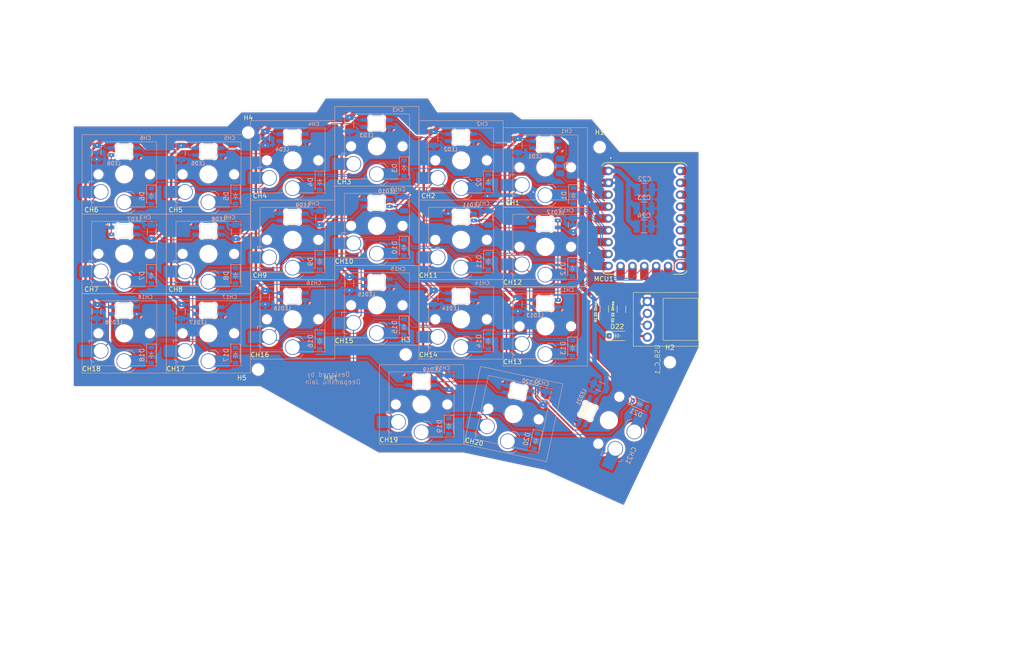
<source format=kicad_pcb>
(kicad_pcb (version 20241229) (generator "pcbnew") (generator_version "9.0")
  (layers (0 "F.Cu" signal) (2 "B.Cu" signal) (13 "F.Paste" user) (15 "B.Paste" user) (5 "F.SilkS" user "F.Silkscreen") (7 "B.SilkS" user "B.Silkscreen") (1 "F.Mask" user) (3 "B.Mask" user) (25 "Edge.Cuts" user))
  (net 0 "")
  (net 1 "GND")
  (net 2 "5V")
  (net 3 "Col0")
  (net 4 "Net-(D1-A)")
  (net 5 "Col1")
  (net 6 "Net-(D2-A)")
  (net 7 "Net-(D3-A)")
  (net 8 "Col2")
  (net 9 "Net-(D4-A)")
  (net 10 "Col3")
  (net 11 "Net-(D5-A)")
  (net 12 "Col4")
  (net 13 "Net-(D6-A)")
  (net 14 "Col5")
  (net 15 "Net-(D7-A)")
  (net 16 "Net-(D8-A)")
  (net 17 "Net-(D9-A)")
  (net 18 "Net-(D10-A)")
  (net 19 "Net-(D11-A)")
  (net 20 "Net-(D12-A)")
  (net 21 "Net-(D13-A)")
  (net 22 "Net-(D14-A)")
  (net 23 "Net-(D15-A)")
  (net 24 "Net-(D16-A)")
  (net 25 "Net-(D17-A)")
  (net 26 "Net-(D18-A)")
  (net 27 "Net-(D19-A)")
  (net 28 "Net-(D20-A)")
  (net 29 "Net-(D21-A)")
  (net 30 "Row0")
  (net 31 "Row1")
  (net 32 "Row2")
  (net 33 "Row3")
  (net 34 "LED_IN")
  (net 35 "Net-(LED1-DOUT)")
  (net 36 "Net-(LED2-DOUT)")
  (net 37 "Net-(LED3-DOUT)")
  (net 38 "Net-(LED4-DOUT)")
  (net 39 "Net-(LED5-DOUT)")
  (net 40 "Net-(LED6-DOUT)")
  (net 41 "Net-(LED7-DOUT)")
  (net 42 "Net-(LED8-DOUT)")
  (net 43 "Net-(LED10-DIN)")
  (net 44 "Net-(LED10-DOUT)")
  (net 45 "Net-(LED11-DOUT)")
  (net 46 "Net-(LED12-DOUT)")
  (net 47 "Net-(LED13-DOUT)")
  (net 48 "Net-(LED14-DOUT)")
  (net 49 "Net-(LED15-DOUT)")
  (net 50 "Net-(LED16-DOUT)")
  (net 51 "Net-(LED17-DOUT)")
  (net 52 "Net-(LED18-DOUT)")
  (net 53 "Net-(LED19-DOUT)")
  (net 54 "Net-(LED20-DOUT)")
  (net 55 "LED_OUT")
  (net 56 "TRRS_TX")
  (net 57 "Net-(USB_C_1-D+)")
  (net 58 "TRRS_RX")
  (net 59 "Net-(USB_C_1-D-)")
  (net 68 "Net-(LED1-DIN)")
  (net 69 "Net-(D22-A)")
  (footprint "MountingHole:MountingHole_2.2mm_M2" (layer "F.Cu") (at 128.00119 47.985)
    (property "Reference" "H1")
    (property "Value" "MountingHole")
  )
  (footprint "Resistor_SMD:R_1206_3216Metric_Pad1.30x1.75mm_HandSolder" (layer "F.Cu") (at 132.66119 82.635 -90)
    (property "Reference" "R2")
    (property "Value" "33 Ohms")
  )
  (footprint "PCM_marbastlib-xp-promicroish:RP2040-Matrix_ACH" (layer "F.Cu") (at 137.54119 63.232501)
    (property "Reference" "MCU1")
    (property "Value" "RP2040-Matrix")
  )
  (footprint "MountingHole:MountingHole_2.2mm_M2" (layer "F.Cu") (at 143.01119 94)
    (property "Reference" "H2")
    (property "Value" "MountingHole")
  )
  (footprint "MountingHole:MountingHole_2.2mm_M2" (layer "F.Cu") (at 52.90119 44.865)
    (property "Reference" "H4")
    (property "Value" "MountingHole")
  )
  (footprint "Diode_SMD:D_SOD-123" (layer "F.Cu") (at 131.74119 88.355)
    (property "Reference" "D22")
    (property "Value" "B5819W")
  )
  (footprint "ucb_c_breakout:usb_c" (layer "F.Cu") (at 142.19119 84.815 90)
    (property "Reference" "USB_C_1" (hide yes))
    (property "Value" "USB_C" (hide yes))
  )
  (footprint "MountingHole:MountingHole_2.2mm_M2" (layer "F.Cu") (at 86.55119 92.325)
    (property "Reference" "H3")
    (property "Value" "MountingHole")
  )
  (footprint "MountingHole:MountingHole_2.2mm_M2" (layer "F.Cu") (at 55.00119 95.555)
    (property "Reference" "H5")
    (property "Value" "MountingHole")
  )
  (footprint "Resistor_SMD:R_1206_3216Metric_Pad1.30x1.75mm_HandSolder" (layer "F.Cu") (at 128.99119 82.585 -90)
    (property "Reference" "R1")
    (property "Value" "33 Ohms")
  )
  (footprint "Capacitor_SMD:C_1206_3216Metric" (layer "B.Cu") (at 56.52119 46.115 -90)
    (property "Reference" "C4" (hide yes))
    (property "Value" "0.1µF")
  )
  (footprint "Diode_SMD:D_SOD-123" (layer "B.Cu") (at 104.18119 89.465 -90)
    (property "Reference" "D14")
    (property "Value" "1N4148W")
  )
  (footprint "Diode_SMD:D_SOD-123" (layer "B.Cu") (at 122.37119 58.365 -90)
    (property "Reference" "D1")
    (property "Value" "1N4148W")
  )
  (footprint "PCM_marbastlib-choc:SW_choc_v1_HS_CPG135001S30_1u" (layer "B.Cu") (at 80.38119 47.815 180)
    (property "Reference" "CH3")
    (property "Value" "choc_v1_SW_HS")
  )
  (footprint "Diode_SMD:D_SOD-123" (layer "B.Cu") (at 136.585428 102.943382 -24)
    (property "Reference" "D21")
    (property "Value" "1N4148W")
  )
  (footprint "Diode_SMD:D_SOD-123" (layer "B.Cu") (at 50.18119 92.465 -90)
    (property "Reference" "D17")
    (property "Value" "1N4148W")
  )
  (footprint "Capacitor_SMD:C_1206_3216Metric" (layer "B.Cu") (at 110.52119 81.615 -90)
    (property "Reference" "C13" (hide yes))
    (property "Value" "0.1µF")
  )
  (footprint "Capacitor_SMD:C_1206_3216Metric" (layer "B.Cu") (at 20.52119 49.115 -90)
    (property "Reference" "C6" (hide yes))
    (property "Value" "0.1µF")
  )
  (footprint "Capacitor_SMD:C_1206_3216Metric" (layer "B.Cu") (at 104.23119 63.125 -90)
    (property "Reference" "C11" (hide yes))
    (property "Value" "0.1µF")
  )
  (footprint "Diode_SMD:D_SOD-123" (layer "B.Cu") (at 32.18119 58.465 -90)
    (property "Reference" "D6")
    (property "Value" "1N4148W")
  )
  (footprint "PCM_marbastlib-choc:SW_choc_v1_HS_CPG135001S30_1u" (layer "B.Cu") (at 62.38119 50.815 180)
    (property "Reference" "CH4")
    (property "Value" "choc_v1_SW_HS")
  )
  (footprint "PCM_marbastlib-choc:SW_choc_v1_HS_CPG135001S30_1u" (layer "B.Cu") (at 116.38119 52.315 180)
    (property "Reference" "CH1")
    (property "Value" "choc_v1_SW_HS")
  )
  (footprint "Capacitor_SMD:C_1206_3216Metric" (layer "B.Cu") (at 38.52119 83.115 -90)
    (property "Reference" "C17" (hide yes))
    (property "Value" "0.1µF")
  )
  (footprint "Capacitor_SMD:C_1206_3216Metric" (layer "B.Cu") (at 110.52119 47.615 -90)
    (property "Reference" "C1" (hide yes))
    (property "Value" "0.1µF")
  )
  (footprint "Diode_SMD:D_SOD-123" (layer "B.Cu") (at 50.18119 58.465 -90)
    (property "Reference" "D5")
    (property "Value" "1N4148W")
  )
  (footprint "PCM_marbastlib-choc:SW_choc_v1_HS_CPG135001S30_1u" (layer "B.Cu") (at 109.587856 105.069972 168)
    (property "Reference" "CH20")
    (property "Value" "choc_v1_SW_HS")
  )
  (footprint "PCM_marbastlib-various:LED_6028R" (layer "B.Cu") (at 116.34619 64.425)
    (property "Reference" "LED12")
    (property "Value" "SK6812MINI-E")
    (fp_line (start -1.699999 0.702843) (end -1.699999 -0.702841) (stroke (width 0.1)) (layer "Edge.Cuts"))
    (fp_line (start -0.794452 -1.499999) (end 0.794452 -1.499999) (stroke (width 0.1)) (layer "Edge.Cuts"))
    (fp_line (start 0.794452 1.5) (end -0.794453 1.5) (stroke (width 0.1)) (layer "Edge.Cuts"))
    (fp_line (start 1.699999 -0.702841) (end 1.699999 0.702843) (stroke (width 0.1)) (layer "Edge.Cuts"))
    (fp_arc (start -1.749484 -0.919719) (mid -1.712527 -0.814067) (end -1.699999 -0.702841) (stroke (width 0.1)) (layer "Edge.Cuts"))
    (fp_arc (start -1.749484 -0.919718) (mid -1.638072 -1.504034) (end -1.046711 -1.568298) (stroke (width 0.1)) (layer "Edge.Cuts"))
    (fp_arc (start -1.699999 0.702844) (mid -1.712527 0.814069) (end -1.749484 0.919721) (stroke (width 0.1)) (layer "Edge.Cuts"))
    (fp_arc (start -1.046711 1.568299) (mid -1.638071 1.504036) (end -1.749484 0.919721) (stroke (width 0.1)) (layer "Edge.Cuts"))
    (fp_arc (start -1.046711 1.568299) (mid -0.925123 1.517377) (end -0.794453 1.5) (stroke (width 0.1)) (layer "Edge.Cuts"))
    (fp_arc (start -0.794452 -1.499999) (mid -0.925123 -1.517376) (end -1.046711 -1.568298) (stroke (width 0.1)) (layer "Edge.Cuts"))
    (fp_arc (start 0.794453 1.500001) (mid 0.925123 1.517378) (end 1.046711 1.5683) (stroke (width 0.1)) (layer "Edge.Cuts"))
    (fp_arc (start 1.04671 -1.568298) (mid 0.925122 -1.517376) (end 0.794452 -1.499999) (stroke (width 0.1)) (layer "Edge.Cuts"))
    (fp_arc (start 1.046711 -1.568296) (mid 1.63807 -1.504033) (end 1.749484 -0.919719) (stroke (width 0.1)) (layer "Edge.Cuts"))
    (fp_arc (start 1.699999 -0.702842) (mid 1.712536 -0.814064) (end 1.749484 -0.919719) (stroke (width 0.1)) (layer "Edge.Cuts"))
    (fp_arc (start 1.749484 0.919721) (mid 1.638072 1.504036) (end 1.046711 1.5683) (stroke (width 0.1)) (layer "Edge.Cuts"))
    (fp_arc (start 1.749484 0.919721) (mid 1.712526 0.814069) (end 1.699999 0.702843) (stroke (width 0.1)) (layer "Edge.Cuts"))
  )
  (footprint "PCM_marbastlib-choc:SW_choc_v1_HS_CPG135001S30_1u" (layer "B.Cu") (at 26.38119 53.815 180)
    (property "Reference" "CH6")
    (property "Value" "choc_v1_SW_HS")
  )
  (footprint "PCM_marbastlib-various:LED_6028R" (layer "B.Cu") (at 26.34619 48.925 180)
    (property "Reference" "LED6")
    (property "Value" "SK6812MINI-E")
    (fp_line (start 1.699999 -0.702841) (end 1.699999 0.702843) (stroke (width 0.1)) (layer "Edge.Cuts"))
    (fp_line (start 0.794452 1.5) (end -0.794453 1.5) (stroke (width 0.1)) (layer "Edge.Cuts"))
    (fp_line (start -0.794452 -1.499999) (end 0.794452 -1.499999) (stroke (width 0.1)) (layer "Edge.Cuts"))
    (fp_line (start -1.699999 0.702843) (end -1.699999 -0.702841) (stroke (width 0.1)) (layer "Edge.Cuts"))
    (fp_arc (start 1.749484 0.919721) (mid 1.712526 0.814069) (end 1.699999 0.702843) (stroke (width 0.1)) (layer "Edge.Cuts"))
    (fp_arc (start 1.749484 0.919721) (mid 1.638072 1.504036) (end 1.046711 1.5683) (stroke (width 0.1)) (layer "Edge.Cuts"))
    (fp_arc (start 1.699999 -0.702842) (mid 1.712536 -0.814064) (end 1.749484 -0.919719) (stroke (width 0.1)) (layer "Edge.Cuts"))
    (fp_arc (start 1.046711 -1.568296) (mid 1.63807 -1.504033) (end 1.749484 -0.919719) (stroke (width 0.1)) (layer "Edge.Cuts"))
    (fp_arc (start 1.04671 -1.568298) (mid 0.925122 -1.517376) (end 0.794452 -1.499999) (stroke (width 0.1)) (layer "Edge.Cuts"))
    (fp_arc (start 0.794453 1.500001) (mid 0.925123 1.517378) (end 1.046711 1.5683) (stroke (width 0.1)) (layer "Edge.Cuts"))
    (fp_arc (start -0.794452 -1.499999) (mid -0.925123 -1.517376) (end -1.046711 -1.568298) (stroke (width 0.1)) (layer "Edge.Cuts"))
    (fp_arc (start -1.046711 1.568299) (mid -0.925123 1.517377) (end -0.794453 1.5) (stroke (width 0.1)) (layer "Edge.Cuts"))
    (fp_arc (start -1.046711 1.568299) (mid -1.638071 1.504036) (end -1.749484 0.919721) (stroke (width 0.1)) (layer "Edge.Cuts"))
    (fp_arc (start -1.699999 0.702844) (mid -1.712527 0.814069) (end -1.749484 0.919721) (stroke (width 0.1)) (layer "Edge.Cuts"))
    (fp_arc (start -1.749484 -0.919718) (mid -1.638072 -1.504034) (end -1.046711 -1.568298) (stroke (width 0.1)) (layer "Edge.Cuts"))
    (fp_arc (start -1.749484 -0.919719) (mid -1.712527 -0.814067) (end -1.699999 -0.702841) (stroke (width 0.1)) (layer "Edge.Cuts"))
  )
  (footprint "Diode_SMD:D_SOD-123" (layer "B.Cu") (at 32.18119 92.465 -90)
    (property "Reference" "D18")
    (property "Value" "1N4148W")
  )
  (footprint "PCM_marbastlib-various:LED_6028R" (layer "B.Cu") (at 110.57031 100.279555 -12)
    (property "Reference" "LED20")
    (property "Value" "SK6812MINI-E")
    (fp_line (start -1.699999 0.702843) (end -1.699999 -0.702841) (stroke (width 0.1)) (layer "Edge.Cuts"))
    (fp_line (start -0.794452 -1.499999) (end 0.794452 -1.499999) (stroke (width 0.1)) (layer "Edge.Cuts"))
    (fp_line (start 0.794452 1.5) (end -0.794453 1.5) (stroke (width 0.1)) (layer "Edge.Cuts"))
    (fp_line (start 1.699999 -0.702841) (end 1.699999 0.702843) (stroke (width 0.1)) (layer "Edge.Cuts"))
    (fp_arc (start -1.699998 0.702844) (mid -1.712526 0.81407) (end -1.749484 0.919721) (stroke (width 0.1)) (layer "Edge.Cuts"))
    (fp_arc (start -1.749484 -0.919719) (mid -1.712527 -0.814067) (end -1.699999 -0.702841) (stroke (width 0.1)) (layer "Edge.Cuts"))
    (fp_arc (start -1.749484 -0.919718) (mid -1.638072 -1.504034) (end -1.046711 -1.568298) (stroke (width 0.1)) (layer "Edge.Cuts"))
    (fp_arc (start -1.046713 1.568299) (mid -1.638071 1.504036) (end -1.749484 0.919721) (stroke (width 0.1)) (layer "Edge.Cuts"))
    (fp_arc (start -1.046713 1.568299) (mid -0.925124 1.517376) (end -0.794453 1.5) (stroke (width 0.1)) (layer "Edge.Cuts"))
    (fp_arc (start -0.794452 -1.499999) (mid -0.925122 -1.517376) (end -1.046711 -1.568298) (stroke (width 0.1)) (layer "Edge.Cuts"))
    (fp_arc (start 0.794453 1.499999) (mid 0.925124 1.517377) (end 1.046711 1.5683) (stroke (width 0.1)) (layer "Edge.Cuts"))
    (fp_arc (start 1.04671 -1.568298) (mid 0.925122 -1.517377) (end 0.794452 -1.499999) (stroke (width 0.1)) (layer "Edge.Cuts"))
    (fp_arc (start 1.046711 -1.568296) (mid 1.63807 -1.504033) (end 1.749484 -0.919719) (stroke (width 0.1)) (layer "Edge.Cuts"))
    (fp_arc (start 1.749484 0.919721) (mid 1.638072 1.504038) (end 1.046711 1.5683) (stroke (width 0.1)) (layer "Edge.Cuts"))
    (fp_arc (start 1.749484 0.919721) (mid 1.712526 0.814069) (end 1.699999 0.702843) (stroke (width 0.1)) (layer "Edge.Cuts"))
    (fp_arc (start 1.699999 -0.702842) (mid 1.712536 -0.814065) (end 1.749484 -0.919719) (stroke (width 0.1)) (layer "Edge.Cuts"))
  )
  (footprint "Diode_SMD:D_SOD-123" (layer "B.Cu") (at 68.18119 89.465 -90)
    (property "Reference" "D16")
    (property "Value" "1N4148W")
  )
  (footprint "Diode_SMD:D_SOD-123" (layer "B.Cu") (at 86.18119 52.465 -90)
    (property "Reference" "D3")
    (property "Value" "1N4148W")
  )
  (footprint "Capacitor_SMD:C_1206_3216Metric" (layer "B.Cu") (at 86.23119 60.125 -90)
    (property "Reference" "C10" (hide yes))
    (property "Value" "0.1µF")
  )
  (footprint "Diode_SMD:D_SOD-123" (layer "B.Cu") (at 86.18119 69.465 -90)
    (property "Reference" "D10")
    (property "Value" "1N4148W")
  )
  (footprint "PCM_marbastlib-choc:SW_choc_v1_HS_CPG135001S30_1u" (layer "B.Cu") (at 44.38119 87.815 180)
    (property "Reference" "CH17")
    (property "Value" "choc_v1_SW_HS")
  )
  (footprint "PCM_marbastlib-choc:SW_choc_v1_HS_CPG135001S30_1u" (layer "B.Cu") (at 98.38119 50.815 180)
    (property "Reference" "CH2")
    (property "Value" "choc_v1_SW_HS")
  )
  (footprint "PCM_marbastlib-various:LED_6028R" (layer "B.Cu") (at 44.34619 48.925 180)
    (property "Reference" "LED5")
    (property "Value" "SK6812MINI-E")
    (fp_line (start 1.699999 -0.702841) (end 1.699999 0.702843) (stroke (width 0.1)) (layer "Edge.Cuts"))
    (fp_line (start 0.794452 1.5) (end -0.794453 1.5) (stroke (width 0.1)) (layer "Edge.Cuts"))
    (fp_line (start -0.794452 -1.499999) (end 0.794452 -1.499999) (stroke (width 0.1)) (layer "Edge.Cuts"))
    (fp_line (start -1.699999 0.702843) (end -1.699999 -0.702841) (stroke (width 0.1)) (layer "Edge.Cuts"))
    (fp_arc (start 1.749484 0.919721) (mid 1.712526 0.814069) (end 1.699999 0.702843) (stroke (width 0.1)) (layer "Edge.Cuts"))
    (fp_arc (start 1.749484 0.919721) (mid 1.638072 1.504036) (end 1.046711 1.5683) (stroke (width 0.1)) (layer "Edge.Cuts"))
    (fp_arc (start 1.699999 -0.702842) (mid 1.712536 -0.814064) (end 1.749484 -0.919719) (stroke (width 0.1)) (layer "Edge.Cuts"))
    (fp_arc (start 1.046711 -1.568296) (mid 1.63807 -1.504033) (end 1.749484 -0.919719) (stroke (width 0.1)) (layer "Edge.Cuts"))
    (fp_arc (start 1.04671 -1.568298) (mid 0.925122 -1.517376) (end 0.794452 -1.499999) (stroke (width 0.1)) (layer "Edge.Cuts"))
    (fp_arc (start 0.794453 1.500001) (mid 0.925123 1.517378) (end 1.046711 1.5683) (stroke (width 0.1)) (layer "Edge.Cuts"))
    (fp_arc (start -0.794452 -1.499999) (mid -0.925123 -1.517376) (end -1.046711 -1.568298) (stroke (width 0.1)) (layer "Edge.Cuts"))
    (fp_arc (start -1.046711 1.568299) (mid -0.925123 1.517377) (end -0.794453 1.5) (stroke (width 0.1)) (layer "Edge.Cuts"))
    (fp_arc (start -1.046711 1.568299) (mid -1.638071 1.504036) (end -1.749484 0.919721) (stroke (width 0.1)) (layer "Edge.Cuts"))
    (fp_arc (start -1.699999 0.702844) (mid -1.712527 0.814069) (end -1.749484 0.919721) (stroke (width 0.1)) (layer "Edge.Cuts"))
    (fp_arc (start -1.749484 -0.919718) (mid -1.638072 -1.504034) (end -1.046711 -1.568298) (stroke (width 0.1)) (layer "Edge.Cuts"))
    (fp_arc (start -1.749484 -0.919719) (mid -1.712527 -0.814067) (end -1.699999 -0.702841) (stroke (width 0.1)) (layer "Edge.Cuts"))
  )
  (footprint "Capacitor_SMD:C_1206_3216Metric" (layer "B.Cu") (at 74.52119 77.115 -90)
    (property "Reference" "C15" (hide yes))
    (property "Value" "0.1µF")
  )
  (footprint "Diode_SMD:D_SOD-123" (layer "B.Cu") (at 68.18119 72.465 -90)
    (property "Reference" "D9")
    (property "Value" "1N4148W")
  )
  (footprint "Capacitor_SMD:C_1206_3216Metric" (layer "B.Cu") (at 116.26119 101.695 -102)
    (property "Reference" "C20" (hide yes))
    (property "Value" "0.1µF")
  )
  (footprint "Capacitor_SMD:C_1206_3216Metric" (layer "B.Cu") (at 50.22119 66.115 -90)
    (property "Reference" "C8" (hide yes))
    (property "Value" "0.1µF")
  )
  (footprint "PCM_marbastlib-various:LED_6028R" (layer "B.Cu") (at 116.34619 81.425 180)
    (property "Reference" "LED13")
    (property "Value" "SK6812MINI-E")
    (fp_line (start 1.699999 -0.702841) (end 1.699999 0.702843) (stroke (width 0.1)) (layer "Edge.Cuts"))
    (fp_line (start 0.794452 1.5) (end -0.794453 1.5) (stroke (width 0.1)) (layer "Edge.Cuts"))
    (fp_line (start -0.794452 -1.499999) (end 0.794452 -1.499999) (stroke (width 0.1)) (layer "Edge.Cuts"))
    (fp_line (start -1.699999 0.702843) (end -1.699999 -0.702841) (stroke (width 0.1)) (layer "Edge.Cuts"))
    (fp_arc (start 1.749484 0.919721) (mid 1.712526 0.814069) (end 1.699999 0.702843) (stroke (width 0.1)) (layer "Edge.Cuts"))
    (fp_arc (start 1.749484 0.919721) (mid 1.638072 1.504036) (end 1.046711 1.5683) (stroke (width 0.1)) (layer "Edge.Cuts"))
    (fp_arc (start 1.699999 -0.702842) (mid 1.712536 -0.814064) (end 1.749484 -0.919719) (stroke (width 0.1)) (layer "Edge.Cuts"))
    (fp_arc (start 1.046711 -1.568296) (mid 1.63807 -1.504033) (end 1.749484 -0.919719) (stroke (width 0.1)) (layer "Edge.Cuts"))
    (fp_arc (start 1.04671 -1.568298) (mid 0.925122 -1.517376) (end 0.794452 -1.499999) (stroke (width 0.1)) (layer "Edge.Cuts"))
    (fp_arc (start 0.794453 1.500001) (mid 0.925123 1.517378) (end 1.046711 1.5683) (stroke (width 0.1)) (layer "Edge.Cuts"))
    (fp_arc (start -0.794452 -1.499999) (mid -0.925123 -1.517376) (end -1.046711 -1.568298) (stroke (width 0.1)) (layer "Edge.Cuts"))
    (fp_arc (start -1.046711 1.568299) (mid -0.925123 1.517377) (end -0.794453 1.5) (stroke (width 0.1)) (layer "Edge.Cuts"))
    (fp_arc (start -1.046711 1.568299) (mid -1.638071 1.504036) (end -1.749484 0.919721) (stroke (width 0.1)) (layer "Edge.Cuts"))
    (fp_arc (start -1.699999 0.702844) (mid -1.712527 0.814069) (end -1.749484 0.919721) (stroke (width 0.1)) (layer "Edge.Cuts"))
    (fp_arc (start -1.749484 -0.919718) (mid -1.638072 -1.504034) (end -1.046711 -1.568298) (stroke (width 0.1)) (layer "Edge.Cuts"))
    (fp_arc (start -1.749484 -0.919719) (mid -1.712527 -0.814067) (end -1.699999 -0.702841) (stroke (width 0.1)) (layer "Edge.Cuts"))
  )
  (footprint "Capacitor_SMD:C_1210_3225Metric_Pad1.33x2.70mm_HandSolder" (layer "B.Cu") (at 137.48119 64.925 180)
    (property "Reference" "C24")
    (property "Value" "100uF")
  )
  (footprint "Capacitor_SMD:C_1210_3225Metric_Pad1.33x2.70mm_HandSolder" (layer "B.Cu") (at 137.51119 61.085 180)
    (property "Reference" "C23")
    (property "Value" "100uF")
  )
  (footprint "Diode_SMD:D_SOD-123" (layer "B.Cu") (at 68.18119 55.465 -90)
    (property "Reference" "D4")
    (property "Value" "1N4148W")
  )
  (footprint "PCM_marbastlib-choc:SW_choc_v1_HS_CPG135001S30_1u" (layer "B.Cu") (at 98.38119 84.815 180)
    (property "Reference" "CH14")
    (property "Value" "choc_v1_SW_HS")
  )
  (footprint "Capacitor_SMD:C_1206_3216Metric" (layer "B.Cu") (at 38.52119 49.115 -90)
    (property "Reference" "C5" (hide yes))
    (property "Value" "0.1µF")
  )
  (footprint "PCM_marbastlib-choc:SW_choc_v1_HS_CPG135001S30_1u" (layer "B.Cu") (at 116.38119 69.315 180)
    (property "Reference" "CH12")
    (property "Value" "choc_v1_SW_HS")
  )
  (footprint "PCM_marbastlib-various:LED_6028R" (layer "B.Cu") (at 98.34619 45.925 180)
    (property "Reference" "LED2")
    (property "Value" "SK6812MINI-E")
    (fp_line (start 1.699999 -0.702841) (end 1.699999 0.702843) (stroke (width 0.1)) (layer "Edge.Cuts"))
    (fp_line (start 0.794452 1.5) (end -0.794453 1.5) (stroke (width 0.1)) (layer "Edge.Cuts"))
    (fp_line (start -0.794452 -1.499999) (end 0.794452 -1.499999) (stroke (width 0.1)) (layer "Edge.Cuts"))
    (fp_line (start -1.699999 0.702843) (end -1.699999 -0.702841) (stroke (width 0.1)) (layer "Edge.Cuts"))
    (fp_arc (start 1.749484 0.919721) (mid 1.712526 0.814069) (end 1.699999 0.702843) (stroke (width 0.1)) (layer "Edge.Cuts"))
    (fp_arc (start 1.749484 0.919721) (mid 1.638072 1.504036) (end 1.046711 1.5683) (stroke (width 0.1)) (layer "Edge.Cuts"))
    (fp_arc (start 1.699999 -0.702842) (mid 1.712536 -0.814064) (end 1.749484 -0.919719) (stroke (width 0.1)) (layer "Edge.Cuts"))
    (fp_arc (start 1.046711 -1.568296) (mid 1.63807 -1.504033) (end 1.749484 -0.919719) (stroke (width 0.1)) (layer "Edge.Cuts"))
    (fp_arc (start 1.04671 -1.568298) (mid 0.925122 -1.517376) (end 0.794452 -1.499999) (stroke (width 0.1)) (layer "Edge.Cuts"))
    (fp_arc (start 0.794453 1.500001) (mid 0.925123 1.517378) (end 1.046711 1.5683) (stroke (width 0.1)) (layer "Edge.Cuts"))
    (fp_arc (start -0.794452 -1.499999) (mid -0.925123 -1.517376) (end -1.046711 -1.568298) (stroke (width 0.1)) (layer "Edge.Cuts"))
    (fp_arc (start -1.046711 1.568299) (mid -0.925123 1.517377) (end -0.794453 1.5) (stroke (width 0.1)) (layer "Edge.Cuts"))
    (fp_arc (start -1.046711 1.568299) (mid -1.638071 1.504036) (end -1.749484 0.919721) (stroke (width 0.1)) (layer "Edge.Cuts"))
    (fp_arc (start -1.699999 0.702844) (mid -1.712527 0.814069) (end -1.749484 0.919721) (stroke (width 0.1)) (layer "Edge.Cuts"))
    (fp_arc (start -1.749484 -0.919718) (mid -1.638072 -1.504034) (end -1.046711 -1.568298) (stroke (width 0.1)) (layer "Edge.Cuts"))
    (fp_arc (start -1.749484 -0.919719) (mid -1.712527 -0.814067) (end -1.699999 -0.702841) (stroke (width 0.1)) (layer "Edge.Cuts"))
  )
  (footprint "Diode_SMD:D_SOD-123" (layer "B.Cu") (at 122.18119 73.965 -90)
    (property "Reference" "D12")
    (property "Value" "1N4148W")
  )
  (footprint "PCM_marbastlib-various:LED_6028R" (layer "B.Cu") (at 98.34619 79.925 180)
    (property "Reference" "LED14")
    (property "Value" "SK6812MINI-E")
    (fp_line (start 1.699999 -0.702841) (end 1.699999 0.702843) (stroke (width 0.1)) (layer "Edge.Cuts"))
    (fp_line (start 0.794452 1.5) (end -0.794453 1.5) (stroke (width 0.1)) (layer "Edge.Cuts"))
    (fp_line (start -0.794452 -1.499999) (end 0.794452 -1.499999) (stroke (width 0.1)) (layer "Edge.Cuts"))
    (fp_line (start -1.699999 0.702843) (end -1.699999 -0.702841) (stroke (width 0.1)) (layer "Edge.Cuts"))
    (fp_arc (start 1.749484 0.919721) (mid 1.712526 0.814069) (end 1.699999 0.702843) (stroke (width 0.1)) (layer "Edge.Cuts"))
    (fp_arc (start 1.749484 0.919721) (mid 1.638072 1.504036) (end 1.046711 1.5683) (stroke (width 0.1)) (layer "Edge.Cuts"))
    (fp_arc (start 1.699999 -0.702842) (mid 1.712536 -0.814064) (end 1.749484 -0.919719) (stroke (width 0.1)) (layer "Edge.Cuts"))
    (fp_arc (start 1.046711 -1.568296) (mid 1.63807 -1.504033) (end 1.749484 -0.919719) (stroke (width 0.1)) (layer "Edge.Cuts"))
    (fp_arc (start 1.04671 -1.568298) (mid 0.925122 -1.517376) (end 0.794452 -1.499999) (stroke (width 0.1)) (layer "Edge.Cuts"))
    (fp_arc (start 0.794453 1.500001) (mid 0.925123 1.517378) (end 1.046711 1.5683) (stroke (width 0.1)) (layer "Edge.Cuts"))
    (fp_arc (start -0.794452 -1.499999) (mid -0.925123 -1.517376) (end -1.046711 -1.568298) (stroke (width 0.1)) (layer "Edge.Cuts"))
    (fp_arc (start -1.046711 1.568299) (mid -0.925123 1.517377) (end -0.794453 1.5) (stroke (width 0.1)) (layer "Edge.Cuts"))
    (fp_arc (start -1.046711 1.568299) (mid -1.638071 1.504036) (end -1.749484 0.919721) (stroke (width 0.1)) (layer "Edge.Cuts"))
    (fp_arc (start -1.699999 0.702844) (mid -1.712527 0.814069) (end -1.749484 0.919721) (stroke (width 0.1)) (layer "Edge.Cuts"))
    (fp_arc (start -1.749484 -0.919718) (mid -1.638072 -1.504034) (end -1.046711 -1.568298) (stroke (width 0.1)) (layer "Edge.Cuts"))
    (fp_arc (start -1.749484 -0.919719) (mid -1.712527 -0.814067) (end -1.699999 -0.702841) (stroke (width 0.1)) (layer "Edge.Cuts"))
  )
  (footprint "PCM_marbastlib-choc:SW_choc_v1_HS_CPG135001S30_1u" (layer "B.Cu") (at 26.38119 87.815 180)
    (property "Reference" "CH18")
    (property "Value" "choc_v1_SW_HS")
  )
  (footprint "PCM_marbastlib-choc:SW_choc_v1_HS_CPG135001S30_1u" (layer "B.Cu") (at 80.38119 64.815 180)
    (property "Reference" "CH10")
    (property "Value" "choc_v1_SW_HS")
  )
  (footprint "Resistor_SMD:R_1206_3216Metric_Pad1.30x1.75mm_HandSolder" (layer "B.Cu") (at 119.53119 52.015 90)
    (property "Reference" "R3")
    (property "Value" "470R")
  )
  (footprint "Diode_SMD:D_SOD-123" (layer "B.Cu") (at 104.18119 55.465 -90)
    (property "Reference" "D2")
    (property "Value" "1N4148W")
  )
  (footprint "PCM_marbastlib-various:LED_6028R" (layer "B.Cu") (at 80.34619 76.925 180)
    (property "Reference" "LED15")
    (property "Value" "SK6812MINI-E")
    (fp_line (start 1.699999 -0.702841) (end 1.699999 0.702843) (stroke (width 0.1)) (layer "Edge.Cuts"))
    (fp_line (start 0.794452 1.5) (end -0.794453 1.5) (stroke (width 0.1)) (layer "Edge.Cuts"))
    (fp_line (start -0.794452 -1.499999) (end 0.794452 -1.499999) (stroke (width 0.1)) (layer "Edge.Cuts"))
    (fp_line (start -1.699999 0.702843) (end -1.699999 -0.702841) (stroke (width 0.1)) (layer "Edge.Cuts"))
    (fp_arc (start 1.749484 0.919721) (mid 1.712526 0.814069) (end 1.699999 0.702843) (stroke (width 0.1)) (layer "Edge.Cuts"))
    (fp_arc (start 1.749484 0.919721) (mid 1.638072 1.504036) (end 1.046711 1.5683) (stroke (width 0.1)) (layer "Edge.Cuts"))
    (fp_arc (start 1.699999 -0.702842) (mid 1.712536 -0.814064) (end 1.749484 -0.919719) (stroke (width 0.1)) (layer "Edge.Cuts"))
    (fp_arc (start 1.046711 -1.568296) (mid 1.63807 -1.504033) (end 1.749484 -0.919719) (stroke (width 0.1)) (layer "Edge.Cuts"))
    (fp_arc (start 1.04671 -1.568298) (mid 0.925122 -1.517376) (end 0.794452 -1.499999) (stroke (width 0.1)) (layer "Edge.Cuts"))
    (fp_arc (start 0.794453 1.500001) (mid 0.925123 1.517378) (end 1.046711 1.5683) (stroke (width 0.1)) (layer "Edge.Cuts"))
    (fp_arc (start -0.794452 -1.499999) (mid -0.925123 -1.517376) (end -1.046711 -1.568298) (stroke (width 0.1)) (layer "Edge.Cuts"))
    (fp_arc (start -1.046711 1.568299) (mid -0.925123 1.517377) (end -0.794453 1.5) (stroke (width 0.1)) (layer "Edge.Cuts"))
    (fp_arc (start -1.046711 1.568299) (mid -1.638071 1.504036) (end -1.749484 0.919721) (stroke (width 0.1)) (layer "Edge.Cuts"))
    (fp_arc (start -1.699999 0.702844) (mid -1.712527 0.814069) (end -1.749484 0.919721) (stroke (width 0.1)) (layer "Edge.Cuts"))
    (fp_arc (start -1.749484 -0.919718) (mid -1.638072 -1.504034) (end -1.046711 -1.568298) (stroke (width 0.1)) (layer "Edge.Cuts"))
    (fp_arc (start -1.749484 -0.919719) (mid -1.712527 -0.814067) (end -1.699999 -0.702841) (stroke (width 0.1)) (layer "Edge.Cuts"))
  )
  (footprint "Diode_SMD:D_SOD-123" (layer "B.Cu") (at 86.18119 86.465 -90)
    (property "Reference" "D15")
    (property "Value" "1N4148W")
  )
  (footprint "PCM_marbastlib-various:LED_6028R" (layer "B.Cu") (at 62.34619 62.925)
    (property "Reference" "LED9")
    (property "Value" "SK6812MINI-E")
    (fp_line (start -1.699999 0.702843) (end -1.699999 -0.702841) (stroke (width 0.1)) (layer "Edge.Cuts"))
    (fp_line (start -0.794452 -1.499999) (end 0.794452 -1.499999) (stroke (width 0.1)) (layer "Edge.Cuts"))
    (fp_line (start 0.794452 1.5) (end -0.794453 1.5) (stroke (width 0.1)) (layer "Edge.Cuts"))
    (fp_line (start 1.699999 -0.702841) (end 1.699999 0.702843) (stroke (width 0.1)) (layer "Edge.Cuts"))
    (fp_arc (start -1.749484 -0.919719) (mid -1.712527 -0.814067) (end -1.699999 -0.702841) (stroke (width 0.1)) (layer "Edge.Cuts"))
    (fp_arc (start -1.749484 -0.919718) (mid -1.638072 -1.504034) (end -1.046711 -1.568298) (stroke (width 0.1)) (layer "Edge.Cuts"))
    (fp_arc (start -1.699999 0.702844) (mid -1.712527 0.814069) (end -1.749484 0.919721) (stroke (width 0.1)) (layer "Edge.Cuts"))
    (fp_arc (start -1.046711 1.568299) (mid -1.638071 1.504036) (end -1.749484 0.919721) (stroke (width 0.1)) (layer "Edge.Cuts"))
    (fp_arc (start -1.046711 1.568299) (mid -0.925123 1.517377) (end -0.794453 1.5) (stroke (width 0.1)) (layer "Edge.Cuts"))
    (fp_arc (start -0.794452 -1.499999) (mid -0.925123 -1.517376) (end -1.046711 -1.568298) (stroke (width 0.1)) (layer "Edge.Cuts"))
    (fp_arc (start 0.794453 1.500001) (mid 0.925123 1.517378) (end 1.046711 1.5683) (stroke (width 0.1)) (layer "Edge.Cuts"))
    (fp_arc (start 1.04671 -1.568298) (mid 0.925122 -1.517376) (end 0.794452 -1.499999) (stroke (width 0.1)) (layer "Edge.Cuts"))
    (fp_arc (start 1.046711 -1.568296) (mid 1.63807 -1.504033) (end 1.749484 -0.919719) (stroke (width 0.1)) (layer "Edge.Cuts"))
    (fp_arc (start 1.699999 -0.702842) (mid 1.712536 -0.814064) (end 1.749484 -0.919719) (stroke (width 0.1)) (layer "Edge.Cuts"))
    (fp_arc (start 1.749484 0.919721) (mid 1.638072 1.504036) (end 1.046711 1.5683) (stroke (width 0.1)) (layer "Edge.Cuts"))
    (fp_arc (start 1.749484 0.919721) (mid 1.712526 0.814069) (end 1.699999 0.702843) (stroke (width 0.1)) (layer "Edge.Cuts"))
  )
  (footprint "Capacitor_SMD:C_1206_3216Metric" (layer "B.Cu") (at 20.52119 83.115 -90)
    (property "Reference" "C18" (hide yes))
    (property "Value" "0.1µF")
  )
  (footprint "Capacitor_SMD:C_1206_3216Metric" (layer "B.Cu") (at 68.22119 63.135 -90)
    (property "Reference" "C9" (hide yes))
    (property "Value" "0.1µF")
  )
  (footprint "PCM_marbastlib-various:LED_6028R" (layer "B.Cu") (at 80.34619 59.925)
    (property "Reference" "LED10")
    (property "Value" "SK6812MINI-E")
    (fp_line (start -1.699999 0.702843) (end -1.699999 -0.702841) (stroke (width 0.1)) (layer "Edge.Cuts"))
    (fp_line (start -0.794452 -1.499999) (end 0.794452 -1.499999) (stroke (width 0.1)) (layer "Edge.Cuts"))
    (fp_line (start 0.794452 1.5) (end -0.794453 1.5) (stroke (width 0.1)) (layer "Edge.Cuts"))
    (fp_line (start 1.699999 -0.702841) (end 1.699999 0.702843) (stroke (width 0.1)) (layer "Edge.Cuts"))
    (fp_arc (start -1.749484 -0.919719) (mid -1.712527 -0.814067) (end -1.699999 -0.702841) (stroke (width 0.1)) (layer "Edge.Cuts"))
    (fp_arc (start -1.749484 -0.919718) (mid -1.638072 -1.504034) (end -1.046711 -1.568298) (stroke (width 0.1)) (layer "Edge.Cuts"))
    (fp_arc (start -1.699999 0.702844) (mid -1.712527 0.814069) (end -1.749484 0.919721) (stroke (width 0.1)) (layer "Edge.Cuts"))
    (fp_arc (start -1.046711 1.568299) (mid -1.638071 1.504036) (end -1.749484 0.919721) (stroke (width 0.1)) (layer "Edge.Cuts"))
    (fp_arc (start -1.046711 1.568299) (mid -0.925123 1.517377) (end -0.794453 1.5) (stroke (width 0.1)) (layer "Edge.Cuts"))
    (fp_arc (start -0.794452 -1.499999) (mid -0.925123 -1.517376) (end -1.046711 -1.568298) (stroke (width 0.1)) (layer "Edge.Cuts"))
    (fp_arc (start 0.794453 1.500001) (mid 0.925123 1.517378) (end 1.046711 1.5683) (stroke (width 0.1)) (layer "Edge.Cuts"))
    (fp_arc (start 1.04671 -1.568298) (mid 0.925122 -1.517376) (end 0.794452 -1.499999) (stroke (width 0.1)) (layer "Edge.Cuts"))
    (fp_arc (start 1.046711 -1.568296) (mid 1.63807 -1.504033) (end 1.749484 -0.919719) (stroke (width 0.1)) (layer "Edge.Cuts"))
    (fp_arc (start 1.699999 -0.702842) (mid 1.712536 -0.814064) (end 1.749484 -0.919719) (stroke (width 0.1)) (layer "Edge.Cuts"))
    (fp_arc (start 1.749484 0.919721) (mid 1.638072 1.504036) (end 1.046711 1.5683) (stroke (width 0.1)) (layer "Edge.Cuts"))
    (fp_arc (start 1.749484 0.919721) (mid 1.712526 0.814069) (end 1.699999 0.702843) (stroke (width 0.1)) (layer "Edge.Cuts"))
  )
  (footprint "PCM_marbastlib-various:LED_6028R" (layer "B.Cu") (at 80.34619 42.925 180)
    (property "Reference" "LED3")
    (property "Value" "SK6812MINI-E")
    (fp_line (start 1.699999 -0.702841) (end 1.699999 0.702843) (stroke (width 0.1)) (layer "Edge.Cuts"))
    (fp_line (start 0.794452 1.5) (end -0.794453 1.5) (stroke (width 0.1)) (layer "Edge.Cuts"))
    (fp_line (start -0.794452 -1.499999) (end 0.794452 -1.499999) (stroke (width 0.1)) (layer "Edge.Cuts"))
    (fp_line (start -1.699999 0.702843) (end -1.699999 -0.702841) (stroke (width 0.1)) (layer "Edge.Cuts"))
    (fp_arc (start 1.749484 0.919721) (mid 1.712526 0.814069) (end 1.699999 0.702843) (stroke (width 0.1)) (layer "Edge.Cuts"))
    (fp_arc (start 1.749484 0.919721) (mid 1.638072 1.504036) (end 1.046711 1.5683) (stroke (width 0.1)) (layer "Edge.Cuts"))
    (fp_arc (start 1.699999 -0.702842) (mid 1.712536 -0.814064) (end 1.749484 -0.919719) (stroke (width 0.1)) (layer "Edge.Cuts"))
    (fp_arc (start 1.046711 -1.568296) (mid 1.63807 -1.504033) (end 1.749484 -0.919719) (stroke (width 0.1)) (layer "Edge.Cuts"))
    (fp_arc (start 1.04671 -1.568298) (mid 0.925122 -1.517376) (end 0.794452 -1.499999) (stroke (width 0.1)) (layer "Edge.Cuts"))
    (fp_arc (start 0.794453 1.500001) (mid 0.925123 1.517378) (end 1.046711 1.5683) (stroke (width 0.1)) (layer "Edge.Cuts"))
    (fp_arc (start -0.794452 -1.499999) (mid -0.925123 -1.517376) (end -1.046711 -1.568298) (stroke (width 0.1)) (layer "Edge.Cuts"))
    (fp_arc (start -1.046711 1.568299) (mid -0.925123 1.517377) (end -0.794453 1.5) (stroke (width 0.1)) (layer "Edge.Cuts"))
    (fp_arc (start -1.046711 1.568299) (mid -1.638071 1.504036) (end -1.749484 0.919721) (stroke (width 0.1)) (layer "Edge.Cuts"))
    (fp_arc (start -1.699999 0.702844) (mid -1.712527 0.814069) (end -1.749484 0.919721) (stroke (width 0.1)) (layer "Edge.Cuts"))
    (fp_arc (start -1.749484 -0.919718) (mid -1.638072 -1.504034) (end -1.046711 -1.568298) (stroke (width 0.1)) (layer "Edge.Cuts"))
    (fp_arc (start -1.749484 -0.919719) (mid -1.712527 -0.814067) (end -1.699999 -0.702841) (stroke (width 0.1)) (layer "Edge.Cuts"))
  )
  (footprint "Capacitor_SMD:C_1206_3216Metric" (layer "B.Cu") (at 92.52119 46.115 -90)
    (property "Reference" "C2" (hide yes))
    (property "Value" "0.1µF")
  )
  (footprint "Diode_SMD:D_SOD-123" (layer "B.Cu") (at 122.18119 90.965 -90)
    (property "Reference" "D13")
    (property "Value" "1N4148W")
  )
  (footprint "Capacitor_SMD:C_1206_3216Metric" (layer "B.Cu") (at 95.77119 98.325 -90)
    (property "Reference" "C19" (hide yes))
    (property "Value" "0.1µF")
  )
  (footprint "PCM_marbastlib-various:LED_6028R" (layer "B.Cu") (at 26.34619 65.925)
    (property "Reference" "LED7")
    (property "Value" "SK6812MINI-E")
    (fp_line (start -1.699999 0.702843) (end -1.699999 -0.702841) (stroke (width 0.1)) (layer "Edge.Cuts"))
    (fp_line (start -0.794452 -1.499999) (end 0.794452 -1.499999) (stroke (width 0.1)) (layer "Edge.Cuts"))
    (fp_line (start 0.794452 1.5) (end -0.794453 1.5) (stroke (width 0.1)) (layer "Edge.Cuts"))
    (fp_line (start 1.699999 -0.702841) (end 1.699999 0.702843) (stroke (width 0.1)) (layer "Edge.Cuts"))
    (fp_arc (start -1.749484 -0.919719) (mid -1.712527 -0.814067) (end -1.699999 -0.702841) (stroke (width 0.1)) (layer "Edge.Cuts"))
    (fp_arc (start -1.749484 -0.919718) (mid -1.638072 -1.504034) (end -1.046711 -1.568298) (stroke (width 0.1)) (layer "Edge.Cuts"))
    (fp_arc (start -1.699999 0.702844) (mid -1.712527 0.814069) (end -1.749484 0.919721) (stroke (width 0.1)) (layer "Edge.Cuts"))
    (fp_arc (start -1.046711 1.568299) (mid -1.638071 1.504036) (end -1.749484 0.919721) (stroke (width 0.1)) (layer "Edge.Cuts"))
    (fp_arc (start -1.046711 1.568299) (mid -0.925123 1.517377) (end -0.794453 1.5) (stroke (width 0.1)) (layer "Edge.Cuts"))
    (fp_arc (start -0.794452 -1.499999) (mid -0.925123 -1.517376) (end -1.046711 -1.568298) (stroke (width 0.1)) (layer "Edge.Cuts"))
    (fp_arc (start 0.794453 1.500001) (mid 0.925123 1.517378) (end 1.046711 1.5683) (stroke (width 0.1)) (layer "Edge.Cuts"))
    (fp_arc (start 1.04671 -1.568298) (mid 0.925122 -1.517376) (end 0.794452 -1.499999) (stroke (width 0.1)) (layer "Edge.Cuts"))
    (fp_arc (start 1.046711 -1.568296) (mid 1.63807 -1.504033) (end 1.749484 -0.919719) (stroke (width 0.1)) (layer "Edge.Cuts"))
    (fp_arc (start 1.699999 -0.702842) (mid 1.712536 -0.814064) (end 1.749484 -0.919719) (stroke (width 0.1)) (layer "Edge.Cuts"))
    (fp_arc (start 1.749484 0.919721) (mid 1.638072 1.504036) (end 1.046711 1.5683) (stroke (width 0.1)) (layer "Edge.Cuts"))
    (fp_arc (start 1.749484 0.919721) (mid 1.712526 0.814069) (end 1.699999 0.702843) (stroke (width 0.1)) (layer "Edge.Cuts"))
  )
  (footprint "Capacitor_SMD:C_1210_3225Metric_Pad1.33x2.70mm_HandSolder" (layer "B.Cu") (at 137.59119 57.125 180)
    (property "Reference" "C22")
    (property "Value" "100uF")
  )
  (footprint "Diode_SMD:D_SOD-123" (layer "B.Cu") (at 95.78119 107.665 -90)
    (property "Reference" "D19")
    (property "Value" "1N4148W")
  )
  (footprint "PCM_marbastlib-various:LED_6028R" (layer "B.Cu") (at 44.34619 65.925)
    (property "Reference" "LED8")
    (property "Value" "SK6812MINI-E")
    (fp_line (start -1.699999 0.702843) (end -1.699999 -0.702841) (stroke (width 0.1)) (layer "Edge.Cuts"))
    (fp_line (start -0.794452 -1.499999) (end 0.794452 -1.499999) (stroke (width 0.1)) (layer "Edge.Cuts"))
    (fp_line (start 0.794452 1.5) (end -0.794453 1.5) (stroke (width 0.1)) (layer "Edge.Cuts"))
    (fp_line (start 1.699999 -0.702841) (end 1.699999 0.702843) (stroke (width 0.1)) (layer "Edge.Cuts"))
    (fp_arc (start -1.749484 -0.919719) (mid -1.712527 -0.814067) (end -1.699999 -0.702841) (stroke (width 0.1)) (layer "Edge.Cuts"))
    (fp_arc (start -1.749484 -0.919718) (mid -1.638072 -1.504034) (end -1.046711 -1.568298) (stroke (width 0.1)) (layer "Edge.Cuts"))
    (fp_arc (start -1.699999 0.702844) (mid -1.712527 0.814069) (end -1.749484 0.919721) (stroke (width 0.1)) (layer "Edge.Cuts"))
    (fp_arc (start -1.046711 1.568299) (mid -1.638071 1.504036) (end -1.749484 0.919721) (stroke (width 0.1)) (layer "Edge.Cuts"))
    (fp_arc (start -1.046711 1.568299) (mid -0.925123 1.517377) (end -0.794453 1.5) (stroke (width 0.1)) (layer "Edge.Cuts"))
    (fp_arc (start -0.794452 -1.499999) (mid -0.925123 -1.517376) (end -1.046711 -1.568298) (stroke (width 0.1)) (layer "Edge.Cuts"))
    (fp_arc (start 0.794453 1.500001) (mid 0.925123 1.517378) (end 1.046711 1.5683) (stroke (width 0.1)) (layer "Edge.Cuts"))
    (fp_arc (start 1.04671 -1.568298) (mid 0.925122 -1.517376) (end 0.794452 -1.499999) (stroke (width 0.1)) (layer "Edge.Cuts"))
    (fp_arc (start 1.046711 -1.568296) (mid 1.63807 -1.504033) (end 1.749484 -0.919719) (stroke (width 0.1)) (layer "Edge.Cuts"))
    (fp_arc (start 1.699999 -0.702842) (mid 1.712536 -0.814064) (end 1.749484 -0.919719) (stroke (width 0.1)) (layer "Edge.Cuts"))
    (fp_arc (start 1.749484 0.919721) (mid 1.638072 1.504036) (end 1.046711 1.5683) (stroke (width 0.1)) (layer "Edge.Cuts"))
    (fp_arc (start 1.749484 0.919721) (mid 1.712526 0.814069) (end 1.699999 0.702843) (stroke (width 0.1)) (layer "Edge.Cuts"))
  )
  (footprint "Capacitor_SMD:C_1206_3216Metric" (layer "B.Cu") (at 56.52119 80.115 -90)
    (property "Reference" "C16" (hide yes))
    (property "Value" "0.1µF")
  )
  (footprint "PCM_marbastlib-various:LED_6028R" (layer "B.Cu") (at 98.34619 62.925)
    (property "Reference" "LED11")
    (property "Value" "SK6812MINI-E")
    (fp_line (start -1.699999 0.702843) (end -1.699999 -0.702841) (stroke (width 0.1)) (layer "Edge.Cuts"))
    (fp_line (start -0.794452 -1.499999) (end 0.794452 -1.499999) (stroke (width 0.1)) (layer "Edge.Cuts"))
    (fp_line (start 0.794452 1.5) (end -0.794453 1.5) (stroke (width 0.1)) (layer "Edge.Cuts"))
    (fp_line (start 1.699999 -0.702841) (end 1.699999 0.702843) (stroke (width 0.1)) (layer "Edge.Cuts"))
    (fp_arc (start -1.749484 -0.919719) (mid -1.712527 -0.814067) (end -1.699999 -0.702841) (stroke (width 0.1)) (layer "Edge.Cuts"))
    (fp_arc (start -1.749484 -0.919718) (mid -1.638072 -1.504034) (end -1.046711 -1.568298) (stroke (width 0.1)) (layer "Edge.Cuts"))
    (fp_arc (start -1.699999 0.702844) (mid -1.712527 0.814069) (end -1.749484 0.919721) (stroke (width 0.1)) (layer "Edge.Cuts"))
    (fp_arc (start -1.046711 1.568299) (mid -1.638071 1.504036) (end -1.749484 0.919721) (stroke (width 0.1)) (layer "Edge.Cuts"))
    (fp_arc (start -1.046711 1.568299) (mid -0.925123 1.517377) (end -0.794453 1.5) (stroke (width 0.1)) (layer "Edge.Cuts"))
    (fp_arc (start -0.794452 -1.499999) (mid -0.925123 -1.517376) (end -1.046711 -1.568298) (stroke (width 0.1)) (layer "Edge.Cuts"))
    (fp_arc (start 0.794453 1.500001) (mid 0.925123 1.517378) (end 1.046711 1.5683) (stroke (width 0.1)) (layer "Edge.Cuts"))
    (fp_arc (start 1.04671 -1.568298) (mid 0.925122 -1.517376) (end 0.794452 -1.499999) (stroke (width 0.1)) (layer "Edge.Cuts"))
    (fp_arc (start 1.046711 -1.568296) (mid 1.63807 -1.504033) (end 1.749484 -0.919719) (stroke (width 0.1)) (layer "Edge.Cuts"))
    (fp_arc (start 1.699999 -0.702842) (mid 1.712536 -0.814064) (end 1.749484 -0.919719) (stroke (width 0.1)) (layer "Edge.Cuts"))
    (fp_arc (start 1.749484 0.919721) (mid 1.638072 1.504036) (end 1.046711 1.5683) (stroke (width 0.1)) (layer "Edge.Cuts"))
    (fp_arc (start 1.749484 0.919721) (mid 1.712526 0.814069) (end 1.699999 0.702843) (stroke (width 0.1)) (layer "Edge.Cuts"))
  )
  (footprint "PCM_marbastlib-various:LED_6028R" (layer "B.Cu") (at 125.476558 104.43933 66)
    (property "Reference" "LED21")
    (property "Value" "SK6812MINI-E")
    (fp_line (start -0.794452 -1.499999) (end 0.794452 -1.5) (stroke (width 0.1)) (layer "Edge.Cuts"))
    (fp_line (start -1.699999 0.702843) (end -1.699999 -0.702841) (stroke (width 0.1)) (layer "Edge.Cuts"))
    (fp_line (start 1.7 -0.702841) (end 1.699999 0.702843) (stroke (width 0.1)) (layer "Edge.Cuts"))
    (fp_line (start 0.794452 1.5) (end -0.794453 1.5) (stroke (width 0.1)) (layer "Edge.Cuts"))
    (fp_arc (start -0.794452 -1.499999) (mid -0.925122 -1.517376) (end -1.046711 -1.568298) (stroke (width 0.1)) (layer "Edge.Cuts"))
    (fp_arc (start -1.749484 -0.919719) (mid -1.712528 -0.814067) (end -1.699999 -0.702841) (stroke (width 0.1)) (layer "Edge.Cuts"))
    (fp_arc (start -1.749484 -0.919718) (mid -1.638073 -1.504034) (end -1.046711 -1.568298) (stroke (width 0.1)) (layer "Edge.Cuts"))
    (fp_arc (start 1.04671 -1.568298) (mid 0.925123 -1.517376) (end 0.794452 -1.5) (stroke (width 0.1)) (layer "Edge.Cuts"))
    (fp_arc (start 1.046711 -1.568296) (mid 1.638069 -1.504032) (end 1.749484 -0.919719) (stroke (width 0.1)) (layer "Edge.Cuts"))
    (fp_arc (start -1.699999 0.702844) (mid -1.712527 0.814069) (end -1.749484 0.919721) (stroke (width 0.1)) (layer "Edge.Cuts"))
    (fp_arc (start 1.699999 -0.702842) (mid 1.712537 -0.814065) (end 1.749484 -0.919719) (stroke (width 0.1)) (layer "Edge.Cuts"))
    (fp_arc (start -1.046711 1.568299) (mid -1.638072 1.504036) (end -1.749484 0.919721) (stroke (width 0.1)) (layer "Edge.Cuts"))
    (fp_arc (start -1.046711 1.568299) (mid -0.925123 1.517378) (end -0.794453 1.5) (stroke (width 0.1)) (layer "Edge.Cuts"))
    (fp_arc (start 1.749484 0.919721) (mid 1.712526 0.814069) (end 1.699999 0.702843) (stroke (width 0.1)) (layer "Edge.Cuts"))
    (fp_arc (start 1.749484 0.919721) (mid 1.638071 1.504036) (end 1.046711 1.5683) (stroke (width 0.1)) (layer "Edge.Cuts"))
    (fp_arc (start 0.794453 1.500001) (mid 0.925123 1.517378) (end 1.046711 1.5683) (stroke (width 0.1)) (layer "Edge.Cuts"))
  )
  (footprint "Capacitor_SMD:C_1206_3216Metric" (layer "B.Cu") (at 92.52119 80.115 -90)
    (property "Reference" "C14" (hide yes))
    (property "Value" "0.1µF")
  )
  (footprint "PCM_marbastlib-choc:SW_choc_v1_HS_CPG135001S30_1u" (layer "B.Cu") (at 89.93119 103.015 180)
    (property "Reference" "CH19")
    (property "Value" "choc_v1_SW_HS")
  )
  (footprint "Capacitor_SMD:C_1206_3216Metric" (layer "B.Cu") (at 128.06119 99.185 -24)
    (property "Reference" "C21" (hide yes))
    (property "Value" "0.1µF")
  )
  (footprint "Diode_SMD:D_SOD-123" (layer "B.Cu") (at 104.18119 72.465 -90)
    (property "Reference" "D11")
    (property "Value" "1N4148W")
  )
  (footprint "PCM_marbastlib-choc:SW_choc_v1_HS_CPG135001S30_1u" (layer "B.Cu") (at 98.38119 67.815 180)
    (property "Reference" "CH11")
    (property "Value" "choc_v1_SW_HS")
  )
  (footprint "PCM_marbastlib-various:LED_6028R" (layer "B.Cu") (at 116.34619 47.425 180)
    (property "Reference" "LED1")
    (property "Value" "SK6812MINI-E")
    (fp_line (start 1.699999 -0.702841) (end 1.699999 0.702843) (stroke (width 0.1)) (layer "Edge.Cuts"))
    (fp_line (start 0.794452 1.5) (end -0.794453 1.5) (stroke (width 0.1)) (layer "Edge.Cuts"))
    (fp_line (start -0.794452 -1.499999) (end 0.794452 -1.499999) (stroke (width 0.1)) (layer "Edge.Cuts"))
    (fp_line (start -1.699999 0.702843) (end -1.699999 -0.702841) (stroke (width 0.1)) (layer "Edge.Cuts"))
    (fp_arc (start 1.749484 0.919721) (mid 1.712526 0.814069) (end 1.699999 0.702843) (stroke (width 0.1)) (layer "Edge.Cuts"))
    (fp_arc (start 1.749484 0.919721) (mid 1.638072 1.504036) (end 1.046711 1.5683) (stroke (width 0.1)) (layer "Edge.Cuts"))
    (fp_arc (start 1.699999 -0.702842) (mid 1.712536 -0.814064) (end 1.749484 -0.919719) (stroke (width 0.1)) (layer "Edge.Cuts"))
    (fp_arc (start 1.046711 -1.568296) (mid 1.63807 -1.504033) (end 1.749484 -0.919719) (stroke (width 0.1)) (layer "Edge.Cuts"))
    (fp_arc (start 1.04671 -1.568298) (mid 0.925122 -1.517376) (end 0.794452 -1.499999) (stroke (width 0.1)) (layer "Edge.Cuts"))
    (fp_arc (start 0.794453 1.500001) (mid 0.925123 1.517378) (end 1.046711 1.5683) (stroke (width 0.1)) (layer "Edge.Cuts"))
    (fp_arc (start -0.794452 -1.499999) (mid -0.925123 -1.517376) (end -1.046711 -1.568298) (stroke (width 0.1)) (layer "Edge.Cuts"))
    (fp_arc (start -1.046711 1.568299) (mid -0.925123 1.517377) (end -0.794453 1.5) (stroke (width 0.1)) (layer "Edge.Cuts"))
    (fp_arc (start -1.046711 1.568299) (mid -1.638071 1.504036) (end -1.749484 0.919721) (stroke (width 0.1)) (layer "Edge.Cuts"))
    (fp_arc (start -1.699999 0.702844) (mid -1.712527 0.814069) (end -1.749484 0.919721) (stroke (width 0.1)) (layer "Edge.Cuts"))
    (fp_arc (start -1.749484 -0.919718) (mid -1.638072 -1.504034) (end -1.046711 -1.568298) (stroke (width 0.1)) (layer "Edge.Cuts"))
    (fp_arc (start -1.749484 -0.919719) (mid -1.712527 -0.814067) (end -1.699999 -0.702841) (stroke (width 0.1)) (layer "Edge.Cuts"))
  )
  (footprint "PCM_marbastlib-choc:SW_choc_v1_HS_CPG135001S30_1.5u" (layer "B.Cu") (at 129.958033 106.396298 -114)
    (property "Reference" "CH21")
    (property "Value" "choc_v1_SW_HS")
  )
  (footprint "PCM_marbastlib-choc:SW_choc_v1_HS_CPG135001S30_1u" (layer "B.Cu") (at 80.38119 81.815 180)
    (property "Reference" "CH15")
    (property "Value" "choc_v1_SW_HS")
  )
  (footprint "PCM_marbastlib-choc:SW_choc_v1_HS_CPG135001S30_1u" (layer "B.Cu") (at 26.38119 70.815 180)
    (property "Reference" "CH7")
    (property "Value" "choc_v1_SW_HS")
  )
  (footprint "PCM_marbastlib-choc:SW_choc_v1_HS_CPG135001S30_1u" (layer "B.Cu") (at 44.38119 53.815 180)
    (property "Reference" "CH5")
    (property "Value" "choc_v1_SW_HS")
  )
  (footprint "PCM_marbastlib-various:LED_6028R" (layer "B.Cu") (at 44.34619 82.925 180)
    (property "Reference" "LED17")
    (property "Value" "SK6812MINI-E")
    (fp_line (start 1.699999 -0.702841) (end 1.699999 0.702843) (stroke (width 0.1)) (layer "Edge.Cuts"))
    (fp_line (start 0.794452 1.5) (end -0.794453 1.5) (stroke (width 0.1)) (layer "Edge.Cuts"))
    (fp_line (start -0.794452 -1.499999) (end 0.794452 -1.499999) (stroke (width 0.1)) (layer "Edge.Cuts"))
    (fp_line (start -1.699999 0.702843) (end -1.699999 -0.702841) (stroke (width 0.1)) (layer "Edge.Cuts"))
    (fp_arc (start 1.749484 0.919721) (mid 1.712526 0.814069) (end 1.699999 0.702843) (stroke (width 0.1)) (layer "Edge.Cuts"))
    (fp_arc (start 1.749484 0.919721) (mid 1.638072 1.504036) (end 1.046711 1.5683) (stroke (width 0.1)) (layer "Edge.Cuts"))
    (fp_arc (start 1.699999 -0.702842) (mid 1.712536 -0.814064) (end 1.749484 -0.919719) (stroke (width 0.1)) (layer "Edge.Cuts"))
    (fp_arc (start 1.046711 -1.568296) (mid 1.63807 -1.504033) (end 1.749484 -0.919719) (stroke (width 0.1)) (layer "Edge.Cuts"))
    (fp_arc (start 1.04671 -1.568298) (mid 0.925122 -1.517376) (end 0.794452 -1.499999) (stroke (width 0.1)) (layer "Edge.Cuts"))
    (fp_arc (start 0.794453 1.500001) (mid 0.925123 1.517378) (end 1.046711 1.5683) (stroke (width 0.1)) (layer "Edge.Cuts"))
    (fp_arc (start -0.794452 -1.499999) (mid -0.925123 -1.517376) (end -1.046711 -1.568298) (stroke (width 0.1)) (layer "Edge.Cuts"))
    (fp_arc (start -1.046711 1.568299) (mid -0.925123 1.517377) (end -0.794453 1.5) (stroke (width 0.1)) (layer "Edge.Cuts"))
    (fp_arc (start -1.046711 1.568299) (mid -1.638071 1.504036) (end -1.749484 0.919721) (stroke (width 0.1)) (layer "Edge.Cuts"))
    (fp_arc (start -1.699999 0.702844) (mid -1.712527 0.814069) (end -1.749484 0.919721) (stroke (width 0.1)) (layer "Edge.Cuts"))
    (fp_arc (start -1.749484 -0.919718) (mid -1.638072 -1.504034) (end -1.046711 -1.568298) (stroke (width 0.1)) (layer "Edge.Cuts"))
    (fp_arc (start -1.749484 -0.919719) (mid -1.712527 -0.814067) (end -1.699999 -0.702841) (stroke (width 0.1)) (layer "Edge.Cuts"))
  )
  (footprint "PCM_marbastlib-various:LED_6028R" (layer "B.Cu") (at 62.34619 45.925 180)
    (property "Reference" "LED4")
    (property "Value" "SK6812MINI-E")
    (fp_line (start 1.699999 -0.702841) (end 1.699999 0.702843) (stroke (width 0.1)) (layer "Edge.Cuts"))
    (fp_line (start 0.794452 1.5) (end -0.794453 1.5) (stroke (width 0.1)) (layer "Edge.Cuts"))
    (fp_line (start -0.794452 -1.499999) (end 0.794452 -1.499999) (stroke (width 0.1)) (layer "Edge.Cuts"))
    (fp_line (start -1.699999 0.702843) (end -1.699999 -0.702841) (stroke (width 0.1)) (layer "Edge.Cuts"))
    (fp_arc (start 1.749484 0.919721) (mid 1.712526 0.814069) (end 1.699999 0.702843) (stroke (width 0.1)) (layer "Edge.Cuts"))
    (fp_arc (start 1.749484 0.919721) (mid 1.638072 1.504036) (end 1.046711 1.5683) (stroke (width 0.1)) (layer "Edge.Cuts"))
    (fp_arc (start 1.699999 -0.702842) (mid 1.712536 -0.814064) (end 1.749484 -0.919719) (stroke (width 0.1)) (layer "Edge.Cuts"))
    (fp_arc (start 1.046711 -1.568296) (mid 1.63807 -1.504033) (end 1.749484 -0.919719) (stroke (width 0.1)) (layer "Edge.Cuts"))
    (fp_arc (start 1.04671 -1.568298) (mid 0.925122 -1.517376) (end 0.794452 -1.499999) (stroke (width 0.1)) (layer "Edge.Cuts"))
    (fp_arc (start 0.794453 1.500001) (mid 0.925123 1.517378) (end 1.046711 1.5683) (stroke (width 0.1)) (layer "Edge.Cuts"))
    (fp_arc (start -0.794452 -1.499999) (mid -0.925123 -1.517376) (end -1.046711 -1.568298) (stroke (width 0.1)) (layer "Edge.Cuts"))
    (fp_arc (start -1.046711 1.568299) (mid -0.925123 1.517377) (end -0.794453 1.5) (stroke (width 0.1)) (layer "Edge.Cuts"))
    (fp_arc (start -1.046711 1.568299) (mid -1.638071 1.504036) (end -1.749484 0.919721) (stroke (width 0.1)) (layer "Edge.Cuts"))
    (fp_arc (start -1.699999 0.702844) (mid -1.712527 0.814069) (end -1.749484 0.919721) (stroke (width 0.1)) (layer "Edge.Cuts"))
    (fp_arc (start -1.749484 -0.919718) (mid -1.638072 -1.504034) (end -1.046711 -1.568298) (stroke (width 0.1)) (layer "Edge.Cuts"))
    (fp_arc (start -1.749484 -0.919719) (mid -1.712527 -0.814067) (end -1.699999 -0.702841) (stroke (width 0.1)) (layer "Edge.Cuts"))
  )
  (footprint "Diode_SMD:D_SOD-123" (layer "B.Cu") (at 32.18119 75.465 -90)
    (property "Reference" "D7")
    (property "Value" "1N4148W")
  )
  (footprint "PCM_marbastlib-choc:SW_choc_v1_HS_CPG135001S30_1u" (layer "B.Cu") (at 62.38119 84.815 180)
    (property "Reference" "CH16")
    (property "Value" "choc_v1_SW_HS")
  )
  (footprint "Capacitor_SMD:C_1206_3216Metric" (layer "B.Cu") (at 32.23119 66.135 -90)
    (property "Reference" "C7" (hide yes))
    (property "Value" "0.1µF")
  )
  (footprint "PCM_marbastlib-choc:SW_choc_v1_HS_CPG135001S30_1u" (layer "B.Cu") (at 44.38119 70.815 180)
    (property "Reference" "CH8")
    (property "Value" "choc_v1_SW_HS")
  )
  (footprint "Capacitor_SMD:C_1206_3216Metric" (layer "B.Cu") (at 74.52119 43.115 -90)
    (property "Reference" "C3" (hide yes))
    (property "Value" "0.1µF")
  )
  (footprint "PCM_marbastlib-various:LED_6028R" (layer "B.Cu") (at 26.34619 82.925 180)
    (property "Reference" "LED18")
    (property "Value" "SK6812MINI-E")
    (fp_line (start 1.699999 -0.702841) (end 1.699999 0.702843) (stroke (width 0.1)) (layer "Edge.Cuts"))
    (fp_line (start 0.794452 1.5) (end -0.794453 1.5) (stroke (width 0.1)) (layer "Edge.Cuts"))
    (fp_line (start -0.794452 -1.499999) (end 0.794452 -1.499999) (stroke (width 0.1)) (layer "Edge.Cuts"))
    (fp_line (start -1.699999 0.702843) (end -1.699999 -0.702841) (stroke (width 0.1)) (layer "Edge.Cuts"))
    (fp_arc (start 1.749484 0.919721) (mid 1.712526 0.814069) (end 1.699999 0.702843) (stroke (width 0.1)) (layer "Edge.Cuts"))
    (fp_arc (start 1.749484 0.919721) (mid 1.638072 1.504036) (end 1.046711 1.5683) (stroke (width 0.1)) (layer "Edge.Cuts"))
    (fp_arc (start 1.699999 -0.702842) (mid 1.712536 -0.814064) (end 1.749484 -0.919719) (stroke (width 0.1)) (layer "Edge.Cuts"))
    (fp_arc (start 1.046711 -1.568296) (mid 1.63807 -1.504033) (end 1.749484 -0.919719) (stroke (width 0.1)) (layer "Edge.Cuts"))
    (fp_arc (start 1.04671 -1.568298) (mid 0.925122 -1.517376) (end 0.794452 -1.499999) (stroke (width 0.1)) (layer "Edge.Cuts"))
    (fp_arc (start 0.794453 1.500001) (mid 0.925123 1.517378) (end 1.046711 1.5683) (stroke (width 0.1)) (layer "Edge.Cuts"))
    (fp_arc (start -0.794452 -1.499999) (mid -0.925123 -1.517376) (end -1.046711 -1.568298) (stroke (width 0.1)) (layer "Edge.Cuts"))
    (fp_arc (start -1.046711 1.568299) (mid -0.925123 1.517377) (end -0.794453 1.5) (stroke (width 0.1)) (layer "Edge.Cuts"))
    (fp_arc (start -1.046711 1.568299) (mid -1.638071 1.504036) (end -1.749484 0.919721) (stroke (width 0.1)) (layer "Edge.Cuts"))
    (fp_arc (start -1.699999 0.702844) (mid -1.712527 0.814069) (end -1.749484 0.919721) (stroke (width 0.1)) (layer "Edge.Cuts"))
    (fp_arc (start -1.749484 -0.919718) (mid -1.638072 -1.504034) (end -1.046711 -1.568298) (stroke (width 0.1)) (layer "Edge.Cuts"))
    (fp_arc (start -1.749484 -0.919719) (mid -1.712527 -0.814067) (end -1.699999 -0.702841) (stroke (width 0.1)) (layer "Edge.Cuts"))
  )
  (footprint "Diode_SMD:D_SOD-123" (layer "B.Cu") (at 114.34323 110.834643 -102)
    (property "Reference" "D20")
    (property "Value" "1N4148W")
  )
  (footprint "PCM_marbastlib-choc:SW_choc_v1_HS_CPG135001S30_1u" (layer "B.Cu") (at 62.38119 67.815 180)
    (property "Reference" "CH9")
    (property "Value" "choc_v1_SW_HS")
  )
  (footprint "PCM_marbastlib-various:LED_6028R" (layer "B.Cu") (at 62.34619 79.925 180)
    (property "Reference" "LED16")
    (property "Value" "SK6812MINI-E")
    (fp_line (start 1.699999 -0.702841) (end 1.699999 0.702843) (stroke (width 0.1)) (layer "Edge.Cuts"))
    (fp_line (start 0.794452 1.5) (end -0.794453 1.5) (stroke (width 0.1)) (layer "Edge.Cuts"))
    (fp_line (start -0.794452 -1.499999) (end 0.794452 -1.499999) (stroke (width 0.1)) (layer "Edge.Cuts"))
    (fp_line (start -1.699999 0.702843) (end -1.699999 -0.702841) (stroke (width 0.1)) (layer "Edge.Cuts"))
    (fp_arc (start 1.749484 0.919721) (mid 1.712526 0.814069) (end 1.699999 0.702843) (stroke (width 0.1)) (layer "Edge.Cuts"))
    (fp_arc (start 1.749484 0.919721) (mid 1.638072 1.504036) (end 1.046711 1.5683) (stroke (width 0.1)) (layer "Edge.Cuts"))
    (fp_arc (start 1.699999 -0.702842) (mid 1.712536 -0.814064) (end 1.749484 -0.919719) (stroke (width 0.1)) (layer "Edge.Cuts"))
    (fp_arc (start 1.046711 -1.568296) (mid 1.63807 -1.504033) (end 1.749484 -0.919719) (stroke (width 0.1)) (layer "Edge.Cuts"))
    (fp_arc (start 1.04671 -1.568298) (mid 0.925122 -1.517376) (end 0.794452 -1.499999) (stroke (width 0.1)) (layer "Edge.Cuts"))
    (fp_arc (start 0.794453 1.500001) (mid 0.925123 1.517378) (end 1.046711 1.5683) (stroke (width 0.1)) (layer "Edge.Cuts"))
    (fp_arc (start -0.794452 -1.499999) (mid -0.925123 -1.517376) (end -1.046711 -1.568298) (stroke (width 0.1)) (layer "Edge.Cuts"))
    (fp_arc (start -1.046711 1.568299) (mid -0.925123 1.517377) (end -0.794453 1.5) (stroke (width 0.1)) (layer "Edge.Cuts"))
    (fp_arc (start -1.046711 1.568299) (mid -1.638071 1.504036) (end -1.749484 0.919721) (stroke (width 0.1)) (layer "Edge.Cuts"))
    (fp_arc (start -1.699999 0.702844) (mid -1.712527 0.814069) (end -1.749484 0.919721) (stroke (width 0.1)) (layer "Edge.Cuts"))
    (fp_arc (start -1.749484 -0.919718) (mid -1.638072 -1.504034) (end -1.046711 -1.568298) (stroke (width 0.1)) (layer "Edge.Cuts"))
    (fp_arc (start -1.749484 -0.919719) (mid -1.712527 -0.814067) (end -1.699999 -0.702841) (stroke (width 0.1)) (layer "Edge.Cuts"))
  )
  (footprint "PCM_marbastlib-choc:SW_choc_v1_HS_CPG135001S30_1u" (layer "B.Cu") (at 116.38119 86.315 180)
    (property "Reference" "CH13")
    (property "Value" "choc_v1_SW_HS")
  )
  (footprint "Diode_SMD:D_SOD-123" (layer "B.Cu") (at 50.18119 75.465 -90)
    (property "Reference" "D8")
    (property "Value" "1N4148W")
  )
  (footprint "Capacitor_SMD:C_1206_3216Metric" (layer "B.Cu") (at 122.22119 64.63 -90)
    (property "Reference" "C12" (hide yes))
    (property "Value" "0.1µF")
  )
  (footprint "PCM_marbastlib-various:LED_6028R" (layer "B.Cu") (at 89.89619 98.125)
    (property "Reference" "LED19")
    (property "Value" "SK6812MINI-E")
    (fp_line (start -1.699999 0.702843) (end -1.699999 -0.702841) (stroke (width 0.1)) (layer "Edge.Cuts"))
    (fp_line (start -0.794452 -1.499999) (end 0.794452 -1.499999) (stroke (width 0.1)) (layer "Edge.Cuts"))
    (fp_line (start 0.794452 1.5) (end -0.794453 1.5) (stroke (width 0.1)) (layer "Edge.Cuts"))
    (fp_line (start 1.699999 -0.702841) (end 1.699999 0.702843) (stroke (width 0.1)) (layer "Edge.Cuts"))
    (fp_arc (start -1.749484 -0.919719) (mid -1.712527 -0.814067) (end -1.699999 -0.702841) (stroke (width 0.1)) (layer "Edge.Cuts"))
    (fp_arc (start -1.749484 -0.919718) (mid -1.638072 -1.504034) (end -1.046711 -1.568298) (stroke (width 0.1)) (layer "Edge.Cuts"))
    (fp_arc (start -1.699999 0.702844) (mid -1.712527 0.814069) (end -1.749484 0.919721) (stroke (width 0.1)) (layer "Edge.Cuts"))
    (fp_arc (start -1.046711 1.568299) (mid -1.638071 1.504036) (end -1.749484 0.919721) (stroke (width 0.1)) (layer "Edge.Cuts"))
    (fp_arc (start -1.046711 1.568299) (mid -0.925123 1.517377) (end -0.794453 1.5) (stroke (width 0.1)) (layer "Edge.Cuts"))
    (fp_arc (start -0.794452 -1.499999) (mid -0.925123 -1.517376) (end -1.046711 -1.568298) (stroke (width 0.1)) (layer "Edge.Cuts"))
    (fp_arc (start 0.794453 1.500001) (mid 0.925123 1.517378) (end 1.046711 1.5683) (stroke (width 0.1)) (layer "Edge.Cuts"))
    (fp_arc (start 1.04671 -1.568298) (mid 0.925122 -1.517376) (end 0.794452 -1.499999) (stroke (width 0.1)) (layer "Edge.Cuts"))
    (fp_arc (start 1.046711 -1.568296) (mid 1.63807 -1.504033) (end 1.749484 -0.919719) (stroke (width 0.1)) (layer "Edge.Cuts"))
    (fp_arc (start 1.699999 -0.702842) (mid 1.712536 -0.814064) (end 1.749484 -0.919719) (stroke (width 0.1)) (layer "Edge.Cuts"))
    (fp_arc (start 1.749484 0.919721) (mid 1.638072 1.504036) (end 1.046711 1.5683) (stroke (width 0.1)) (layer "Edge.Cuts"))
    (fp_arc (start 1.749484 0.919721) (mid 1.712526 0.814069) (end 1.699999 0.702843) (stroke (width 0.1)) (layer "Edge.Cuts"))
  )
  (gr_line (start 111.38119 41.815) (end 109.38119 40.315) (stroke (width 0.05)) (layer "Edge.Cuts"))
  (gr_line (start 51.38119 40.315) (end 49.38119 42.315) (stroke (width 0.05)) (layer "Edge.Cuts"))
  (gr_line (start 51.38119 40.315) (end 67.38119 40.315) (stroke (width 0.05)) (layer "Edge.Cuts"))
  (gr_line (start 15.38119 43.315) (end 47.38119 43.315) (stroke (width 0.05)) (layer "Edge.Cuts"))
  (gr_line (start 111.38119 41.815) (end 126.38119 41.815) (stroke (width 0.05)) (layer "Edge.Cuts"))
  (gr_line (start 93.38119 40.315) (end 109.38119 40.315) (stroke (width 0.05)) (layer "Edge.Cuts"))
  (gr_line (start 126.38119 41.815) (end 132.38119 48.815) (stroke (width 0.05)) (layer "Edge.Cuts"))
  (gr_line (start 80.701952 113.5119) (end 55.38119 99.315) (stroke (width 0.05)) (layer "Edge.Cuts"))
  (gr_line (start 98.797085 113.5109) (end 116.208119 117.211698) (stroke (width 0.05)) (layer "Edge.Cuts"))
  (gr_line (start 98.797085 113.5109) (end 80.701952 113.5119) (stroke (width 0.05)) (layer "Edge.Cuts"))
  (gr_line (start 49.38119 42.315) (end 48.38119 43.315) (stroke (width 0.05)) (layer "Edge.Cuts"))
  (gr_line (start 132.38119 48.815) (end 149.38119 48.815) (stroke (width 0.05)) (layer "Edge.Cuts"))
  (gr_line (start 91.38119 37.315) (end 93.38119 40.315) (stroke (width 0.05)) (layer "Edge.Cuts"))
  (gr_line (start 15.38119 99.315) (end 15.38119 43.315) (stroke (width 0.05)) (layer "Edge.Cuts"))
  (gr_line (start 15.38119 99.315) (end 55.38119 99.315) (stroke (width 0.05)) (layer "Edge.Cuts"))
  (gr_line (start 149.38119 90.815) (end 133.245843 124.826988) (stroke (width 0.05)) (layer "Edge.Cuts"))
  (gr_line (start 69.38119 37.315) (end 91.38119 37.315) (stroke (width 0.05)) (layer "Edge.Cuts"))
  (gr_line (start 48.38119 43.315) (end 47.38119 43.315) (stroke (width 0.05)) (layer "Edge.Cuts"))
  (gr_line (start 149.38119 90.815) (end 149.38119 48.815) (stroke (width 0.05)) (layer "Edge.Cuts"))
  (gr_line (start 133.245843 124.826988) (end 116.208119 117.211698) (stroke (width 0.05)) (layer "Edge.Cuts"))
  (gr_line (start 67.38119 40.315) (end 69.38119 37.315) (stroke (width 0.05)) (layer "Edge.Cuts"))
  (gr_text "MK1\n" (at 68.91119 97.905 0) (layer "F.SilkS") (effects (font (size 1 1) (thickness 0.1)) (justify left bottom)))
  (gr_text "   Designed by\nDeepanshu Jain" (at 76.95119 98.775 0) (layer "B.SilkS") (effects (font (size 1 1) (thickness 0.1)) (justify left bottom mirror)))
  (segment (start 119.14119 48.245) (end 119.07119 48.175) (width 0.2) (layer "F.Cu") (net 1))
  (segment (start 131.38119 54.152501) (end 129.92119 55.612501) (width 0.2) (layer "F.Cu") (net 1))
  (segment (start 131.38119 51.315) (end 131.38119 54.152501) (width 0.2) (layer "F.Cu") (net 1))
  (segment (start 130.38119 50.315) (end 131.38119 51.315) (width 0.2) (layer "F.Cu") (net 1))
  (segment (start 129.92119 55.612501) (end 128.65119 55.612501) (width 0.2) (layer "F.Cu") (net 1))
  (segment (start 128.62119 55.612501) (end 130.371189 55.612501) (width 0.2) (layer "F.Cu") (net 1))
  (via (at 130.38119 50.315) (size 0.6) (drill 0.3) (layers "F.Cu" "B.Cu") (net 1))
  (via (at 74.52119 78.59) (size 0.6) (drill 0.3) (layers "F.Cu" "B.Cu") (net 1))
  (via (at 29.07119 83.675) (size 0.6) (drill 0.3) (layers "F.Cu" "B.Cu") (net 1))
  (via (at 119.07119 48.175) (size 0.6) (drill 0.3) (layers "F.Cu" "B.Cu") (net 1))
  (via (at 125.85119 70.595) (size 0.6) (drill 0.3) (layers "F.Cu" "B.Cu") (net 1))
  (via (at 128.65119 55.612501) (size 0.6) (drill 0.3) (layers "F.Cu" "B.Cu") (net 1))
  (via (at 56.52119 81.59) (size 0.6) (drill 0.3) (layers "F.Cu" "B.Cu") (net 1))
  (via (at 125.84119 59.745) (size 0.6) (drill 0.3) (layers "F.Cu" "B.Cu") (net 1))
  (via (at 104.01119 58.445) (size 0.6) (drill 0.3) (layers "F.Cu" "B.Cu") (net 1))
  (via (at 113.83119 57.595) (size 0.6) (drill 0.3) (layers "F.Cu" "B.Cu") (net 1))
  (via (at 95.62119 62.175) (size 0.6) (drill 0.3) (layers "F.Cu" "B.Cu") (net 1))
  (via (at 110.52119 83.09) (size 0.6) (drill 0.3) (layers "F.Cu" "B.Cu") (net 1))
  (via (at 56.52119 47.59) (size 0.6) (drill 0.3) (layers "F.Cu" "B.Cu") (net 1))
  (via (at 20.52119 50.59) (size 0.6) (drill 0.3) (layers "F.Cu" "B.Cu") (net 1))
  (segment (start 118.07119 49.795) (end 119.07119 48.795) (width 0.2) (layer "B.Cu") (net 1))
  (segment (start 119.07119 48.795) (end 119.07119 48.175) (width 0.2) (layer "B.Cu") (net 1))
  (segment (start 111.22619 49.795) (end 118.07119 49.795) (width 0.2) (layer "B.Cu") (net 1))
  (segment (start 110.52119 49.09) (end 111.22619 49.795) (width 0.2) (layer "B.Cu") (net 1))
  (segment (start 36.43119 79.495) (end 36.43119 64.395) (width 0.5) (layer "F.Cu") (net 2))
  (segment (start 72.86019 73.974) (end 72.86019 60.585) (width 0.5) (layer "F.Cu") (net 2))
  (segment (start 124.18119 64.695) (end 124.18119 77.805) (width 1) (layer "F.Cu") (net 2))
  (segment (start 90.41119 54.895) (end 90.41119 46.75) (width 0.5) (layer "F.Cu") (net 2))
  (segment (start 95.82119 99.235) (end 90.27119 93.685) (width 0.5) (layer "F.Cu") (net 2))
  (segment (start 76.22119 40.015) (end 74.11119 42.125) (width 1) (layer "F.Cu") (net 2))
  (segment (start 42.57119 45.265) (end 40.19619 47.64) (width 1) (layer "F.Cu") (net 2))
  (segment (start 106.02619 46.14) (end 102.85119 42.965) (width 1) (layer "F.Cu") (net 2))
  (segment (start 90.41119 76.535) (end 92.51619 78.64) (width 0.5) (layer "F.Cu") (net 2))
  (segment (start 129.92119 53.072501) (end 127.778691 53.072501) (width 1) (layer "F.Cu") (net 2))
  (segment (start 49.03119 47.505) (end 46.79119 45.265) (width 1) (layer "F.Cu") (net 2))
  (segment (start 125.09119 78.715) (end 125.09119 78.725) (width 1) (layer "F.Cu") (net 2))
  (segment (start 114.32119 98.575) (end 114.32119 101.465) (width 0.3) (layer "F.Cu") (net 2))
  (segment (start 90.27119 80.875) (end 92.50619 78.64) (width 0.5) (layer "F.Cu") (net 2))
  (segment (start 33.21619 67.61) (end 32.23119 67.61) (width 0.5) (layer "F.Cu") (net 2))
  (segment (start 29.67119 45.925) (end 22.19119 45.925) (width 1) (layer "F.Cu") (net 2))
  (segment (start 74.56119 75.675) (end 72.86019 73.974) (width 0.5) (layer "F.Cu") (net 2))
  (segment (start 36.43119 64.395) (end 33.21619 67.61) (width 0.5) (layer "F.Cu") (net 2))
  (segment (start 74.11119 42.125) (end 59.03119 42.125) (width 1) (layer "F.Cu") (net 2))
  (segment (start 90.41119 46.75) (end 91.65869 45.5025) (width 0.5) (layer "F.Cu") (net 2))
  (segment (start 22.19119 45.925) (end 20.58119 47.535) (width 1) (layer "F.Cu") (net 2))
  (segment (start 56.30119 78.315) (end 54.52119 76.535) (width 0.5) (layer "F.Cu") (net 2))
  (segment (start 83.07119 60.675) (end 84.63119 60.675) (width 0.3) (layer "F.Cu") (net 2))
  (segment (start 54.52119 64.275) (end 54.52119 48.375) (width 0.5) (layer "F.Cu") (net 2))
  (segment (start 112.24619 44.415) (end 110.52119 46.14) (width 1) (layer "F.Cu") (net 2))
  (segment (start 72.86019 60.105) (end 72.86019 43.156) (width 0.5) (layer "F.Cu") (net 2))
  (segment (start 36.43119 64.395) (end 36.43119 49.73) (width 0.5) (layer "F.Cu") (net 2))
  (segment (start 84.52119 40.015) (end 76.22119 40.015) (width 1) (layer "F.Cu") (net 2))
  (segment (start 107.76119 48.9) (end 110.52119 46.14) (width 0.5) (layer "F.Cu") (net 2))
  (segment (start 91.65869 45.5025) (end 92.48369 44.6775) (width 0.5) (layer "F.Cu") (net 2))
  (segment (start 109.99119 80.395) (end 107.76119 78.165) (width 0.5) (layer "F.Cu") (net 2))
  (segment (start 89.18369 44.6775) (end 84.52119 40.015) (width 1) (layer "F.Cu") (net 2))
  (segment (start 90.41119 54.895) (end 90.41119 76.535) (width 0.5) (layer "F.Cu") (net 2))
  (segment (start 59.03119 42.125) (end 56.53119 44.625) (width 1) (layer "F.Cu") (net 2))
  (segment (start 31.38619 47.64) (end 29.67119 45.925) (width 1) (layer "F.Cu") (net 2))
  (segment (start 92.51619 78.64) (end 92.52119 78.64) (width 0.5) (layer "F.Cu") (net 2))
  (segment (start 36.43119 79.495) (end 38.62119 81.685) (width 0.5) (layer "F.Cu") (net 2))
  (segment (start 124.18119 64.695) (end 124.18119 48.955) (width 1) (layer "F.Cu") (net 2))
  (segment (start 54.52119 64.985) (end 54.52119 64.275) (width 0.5) (layer "F.Cu") (net 2))
  (segment (start 54.52119 76.535) (end 54.52119 64.985) (width 0.5) (layer "F.Cu") (net 2))
  (segment (start 68.11119 64.61) (end 68.83519 64.61) (width 0.3) (layer "F.Cu") (net 2))
  (segment (start 119.64119 44.415) (end 112.24619 44.415) (width 1) (layer "F.Cu") (net 2))
  (segment (start 107.76119 58.605) (end 107.76119 48.9) (width 0.5) (layer "F.Cu") (net 2))
  (segment (start 38.52119 47.64) (end 31.38619 47.64) (width 1) (layer "F.Cu") (net 2))
  (segment (start 94.19619 42.965) (end 92.48369 44.6775) (width 1) (layer "F.Cu") (net 2))
  (segment (start 18.12119 79.125) (end 20.64119 81.645) (width 0.5) (layer "F.Cu") (net 2))
  (segment (start 56.53119 44.625) (end 53.65119 47.505) (width 1) (layer "F.Cu") (net 2))
  (segment (start 108.07119 92.325) (end 114.32119 98.575) (width 0.3) (layer "F.Cu") (net 2))
  (segment (start 124.18119 48.955) (end 119.64119 44.415) (width 1) (layer "F.Cu") (net 2))
  (segment (start 108.07119 82.315) (end 108.07119 92.325) (width 0.3) (layer "F.Cu") (net 2))
  (segment (start 51.20619 67.59) (end 54.52119 64.275) (width 0.3) (layer "F.Cu") (net 2))
  (segment (start 95.82119 99.835) (end 95.82119 99.235) (width 0.5) (layer "F.Cu") (net 2))
  (segment (start 72.86019 60.585) (end 72.86019 60.105) (width 0.5) (layer "F.Cu") (net 2))
  (segment (start 124.18119 64.215) (end 122.36119 66.035) (width 0.3) (layer "F.Cu") (net 2))
  (segment (start 92.48369 44.6775) (end 89.18369 44.6775) (width 1) (layer "F.Cu") (net 2))
  (segment (start 124.18119 63.635) (end 124.18119 64.215) (width 0.3) (layer "F.Cu") (net 2))
  (segment (start 68.83519 64.61) (end 72.86019 60.585) (width 0.3) (layer "F.Cu") (net 2))
  (segment (start 20.58119 47.535) (end 18.12119 49.995) (width 0.5) (layer "F.Cu") (net 2))
  (segment (start 40.19619 47.64) (end 38.52119 47.64) (width 1) (layer "F.Cu") (net 2))
  (segment (start 72.86019 43.156) (end 73.89119 42.125) (width 0.5) (layer "F.Cu") (net 2))
  (segment (start 36.43119 49.73) (end 38.52119 47.64) (width 0.5) (layer "F.Cu") (net 2))
  (segment (start 92.50619 78.64) (end 92.52119 78.64) (width 0.5) (layer "F.Cu") (net 2))
  (segment (start 18.12119 49.995) (end 18.12119 79.125) (width 0.5) (layer "F.Cu") (net 2))
  (segment (start 54.52119 48.375) (end 53.65119 47.505) (width 0.5) (layer "F.Cu") (net 2))
  (segment (start 107.76119 58.605) (end 102.68119 63.685) (width 0.3) (layer "F.Cu") (net 2))
  (segment (start 102.85119 42.965) (end 94.19619 42.965) (width 1) (layer "F.Cu") (net 2))
  (segment (start 53.65119 47.505) (end 49.03119 47.505) (width 1) (layer "F.Cu") (net 2))
  (segment (start 84.63119 60.675) (end 90.41119 54.895) (width 0.3) (layer "F.Cu") (net 2))
  (segment (start 46.79119 45.265) (end 42.57119 45.265) (width 1) (layer "F.Cu") (net 2))
  (segment (start 50.22119 67.59) (end 51.20619 67.59) (width 0.3) (layer "F.Cu") (net 2))
  (segment (start 110.52119 46.14) (end 106.02619 46.14) (width 1) (layer "F.Cu") (net 2))
  (segment (start 127.778691 53.072501) (end 124.18119 49.475) (width 1) (layer "F.Cu") (net 2))
  (segment (start 102.68119 63.685) (end 101.07119 63.685) (width 0.3) (layer "F.Cu") (net 2))
  (segment (start 107.76119 78.165) (end 107.76119 58.605) (width 0.5) (layer "F.Cu") (net 2))
  (segment (start 125.09119 78.725) (end 126.21119 79.845) (width 1) (layer "F.Cu") (net 2))
  (segment (start 124.18119 77.805) (end 125.09119 78.715) (width 1) (layer "F.Cu") (net 2))
  (segment (start 114.32119 101.465) (end 115.93119 103.075) (width 0.3) (layer "F.Cu") (net 2))
  (segment (start 124.18119 63.635) (end 124.18119 64.695) (width 1) (layer "F.Cu") (net 2))
  (segment (start 90.27119 93.685) (end 90.27119 80.875) (width 0.5) (layer "F.Cu") (net 2))
  (segment (start 109.99119 80.395) (end 108.07119 82.315) (width 0.3) (layer "F.Cu") (net 2))
  (via (at 38.62119 81.685) (size 0.6) (drill 0.3) (layers "F.Cu" "B.Cu") (net 2))
  (via (at 130.09119 88.355) (size 0.6) (drill 0.3) (layers "F.Cu" "B.Cu") (net 2))
  (via (at 115.93119 103.075) (size 0.6) (drill 0.3) (layers "F.Cu" "B.Cu") (net 2))
  (via (at 83.07119 60.675) (size 0.6) (drill 0.3) (layers "F.Cu" "B.Cu") (net 2))
  (via (at 56.53119 44.625) (size 0.6) (drill 0.3) (layers "F.Cu" "B.Cu") (net 2))
  (via (at 109.99119 80.395) (size 0.6) (drill 0.3) (layers "F.Cu" "B.Cu") (net 2))
  (via (at 68.11119 64.61) (size 0.6) (drill 0.3) (layers "F.Cu" "B.Cu") (net 2))
  (via (at 95.82119 99.835) (size 0.6) (drill 0.3) (layers "F.Cu" "B.Cu") (net 2))
  (via (at 32.23119 67.61) (size 0.6) (drill 0.3) (layers "F.Cu" "B.Cu") (net 2))
  (via (at 92.48369 44.6775) (size 0.6) (drill 0.3) (layers "F.Cu" "B.Cu") (net 2))
  (via (at 92.52119 78.64) (size 0.6) (drill 0.3) (layers "F.Cu" "B.Cu") (net 2))
  (via (at 110.52119 46.14) (size 0.6) (drill 0.3) (layers "F.Cu" "B.Cu") (net 2))
  (via (at 50.22119 67.59) (size 0.6) (drill 0.3) (layers "F.Cu" "B.Cu") (net 2))
  (via (at 38.52119 47.64) (size 0.6) (drill 0.3) (layers "F.Cu" "B.Cu") (net 2))
  (via (at 101.07119 63.685) (size 0.6) (drill 0.3) (layers "F.Cu" "B.Cu") (net 2))
  (via (at 126.21119 79.845) (size 0.6) (drill 0.3) (layers "F.Cu" "B.Cu") (net 2))
  (via (at 56.51119 78.625) (size 0.6) (drill 0.3) (layers "F.Cu" "B.Cu") (net 2))
  (via (at 20.64119 81.645) (size 0.6) (drill 0.3) (layers "F.Cu" "B.Cu") (net 2))
  (via (at 20.58119 47.535) (size 0.6) (drill 0.3) (layers "F.Cu" "B.Cu") (net 2))
  (via (at 122.36119 66.035) (size 0.6) (drill 0.3) (layers "F.Cu" "B.Cu") (net 2))
  (via (at 74.52119 41.64) (size 0.6) (drill 0.3) (layers "F.Cu" "B.Cu") (net 2))
  (via (at 74.56119 75.675) (size 0.6) (drill 0.3) (layers "F.Cu" "B.Cu") (net 2))
  (segment (start 22.40119 82.175) (end 21.87119 81.645) (width 0.3) (layer "B.Cu") (net 2))
  (segment (start 92.62119 98.875) (end 93.55119 98.875) (width 0.3) (layer "B.Cu") (net 2))
  (segment (start 41.62119 82.175) (end 40.44119 82.175) (width 0.3) (layer "B.Cu") (net 2))
  (segment (start 59.62119 45.175) (end 58.53119 45.175) (width 0.3) (layer "B.Cu") (net 2))
  (segment (start 65.07119 63.675) (end 65.07119 63.985) (width 0.2) (layer "B.Cu") (net 2))
  (segment (start 112.47119 46.675) (end 111.93619 46.14) (width 0.3) (layer "B.Cu") (net 2))
  (segment (start 75.84619 75.64) (end 74.52119 75.64) (width 0.3) (layer "B.Cu") (net 2))
  (segment (start 113.565915 101.579725) (end 115.123958 103.137768) (width 0.3) (layer "B.Cu") (net 2))
  (segment (start 84.09119 60.675) (end 83.07119 60.675) (width 0.3) (layer "B.Cu") (net 2))
  (segment (start 58.42119 79.215) (end 59.42119 79.215) (width 0.3) (layer "B.Cu") (net 2))
  (segment (start 120.16119 65.175) (end 119.07119 65.175) (width 0.3) (layer "B.Cu") (net 2))
  (segment (start 93.85619 78.64) (end 92.52119 78.64) (width 0.3) (layer "B.Cu") (net 2))
  (segment (start 134.11869 63.5425) (end 135.50119 64.925) (width 1) (layer "B.Cu") (net 2))
  (segment (start 129.40867 96.54248) (end 129.40867 99.784937) (width 1) (layer "B.Cu") (net 2))
  (segment (start 94.39119 79.175) (end 93.85619 78.64) (width 0.3) (layer "B.Cu") (net 2))
  (segment (start 41.62119 48.175) (end 40.45119 48.175) (width 0.3) (layer "B.Cu") (net 2))
  (segment (start 111.75619 80.14) (end 110.52119 80.14) (width 0.3) (layer "B.Cu") (net 2))
  (segment (start 58.53119 45.175) (end 57.98119 44.625) (width 0.3) (layer "B.Cu") (net 2))
  (segment (start 86.23119 61.6) (end 85.01619 61.6) (width 0.3) (layer "B.Cu") (net 2))
  (segment (start 93.89619 44.64) (end 92.52119 44.64) (width 0.3) (layer "B.Cu") (net 2))
  (segment (start 30.09119 66.675) (end 31.02619 67.61) (width 0.3) (layer "B.Cu") (net 2))
  (segment (start 65.07119 63.675) (end 65.98119 63.675) (width 0.3) (layer "B.Cu") (net 2))
  (segment (start 94.43119 45.175) (end 93.89619 44.64) (width 0.3) (layer "B.Cu") (net 2))
  (segment (start 126.90119 80.535) (end 126.90119 85.955) (width 1) (layer "B.Cu") (net 2))
  (segment (start 50.22119 67.59) (end 48.85619 67.59) (width 0.3) (layer "B.Cu") (net 2))
  (segment (start 66.91619 64.61) (end 68.11119 64.61) (width 0.3) (layer "B.Cu") (net 2))
  (segment (start 23.62119 82.175) (end 22.40119 82.175) (width 0.3) (layer "B.Cu") (net 2))
  (segment (start 135.50119 64.925) (end 135.91869 64.925) (width 1) (layer "B.Cu") (net 2))
  (segment (start 22.48119 48.175) (end 21.94619 47.64) (width 0.3) (layer "B.Cu") (net 2))
  (segment (start 75.86619 41.64) (end 74.52119 41.64) (width 0.3) (layer "B.Cu") (net 2))
  (segment (start 85.01619 61.6) (end 84.09119 60.675) (width 0.3) (layer "B.Cu") (net 2))
  (segment (start 127.270074 101.923533) (end 129.40867 99.784937) (width 0.3) (layer "B.Cu") (net 2))
  (segment (start 134.11869 59.255) (end 135.94869 61.085) (width 1) (layer "B.Cu") (net 2))
  (segment (start 95.62119 79.175) (end 94.39119 79.175) (width 0.3) (layer "B.Cu") (net 2))
  (segment (start 94.47619 99.8) (end 95.77119 99.8) (width 0.3) (layer "B.Cu") (net 2))
  (segment (start 101.17119 63.775) (end 102.01119 63.775) (width 0.3) (layer "B.Cu") (net 2))
  (segment (start 65.07119 63.675) (end 65.07119 64.045) (width 0.2) (layer "B.Cu") (net 2))
  (segment (start 21.87119 81.645) (end 20.64119 81.645) (width 0.3) (layer "B.Cu") (net 2))
  (segment (start 122.22119 66.105) (end 121.09119 66.105) (width 0.3) (layer "B.Cu") (net 2))
  (segment (start 77.62119 76.175) (end 76.38119 76.175) (width 0.3) (layer "B.Cu") (net 2))
  (segment (start 111.93619 46.14) (end 110.52119 46.14) (width 0.3) (layer "B.Cu") (net 2))
  (segment (start 39.90619 81.64) (end 38.52119 81.64) (width 0.3) (layer "B.Cu") (net 2))
  (segment (start 126.90119 85.955) (end 126.90119 94.035) (width 1) (layer "B.Cu") (net 2))
  (segment (start 102.83619 64.6) (end 104.23119 64.6) (width 0.3) (layer "B.Cu") (net 2))
  (segment (start 95.77119 99.8) (end 95.79619 99.8) (width 0.2) (layer "B.Cu") (net 2))
  (segment (start 23.62119 48.175) (end 22.48119 48.175) (width 0.3) (layer "B.Cu") (net 2))
  (segment (start 47.94119 66.675) (end 47.07119 66.675) (width 0.3) (layer "B.Cu") (net 2))
  (segment (start 93.55119 98.875) (end 94.47619 99.8) (width 0.3) (layer "B.Cu") (net 2))
  (segment (start 40.44119 82.175) (end 39.90619 81.64) (width 0.3) (layer "B.Cu") (net 2))
  (segment (start 21.94619 47.64) (end 20.52119 47.64) (width 0.3) (layer "B.Cu") (net 2))
  (segment (start 113.079828 101.579725) (end 113.565915 101.579725) (width 0.3) (layer "B.Cu") (net 2))
  (segment (start 126.21119 79.845) (end 126.90119 80.535) (width 1) (layer "B.Cu") (net 2))
  (segment (start 115.123958 103.137768) (end 115.95452 103.137768) (width 0.3) (layer "B.Cu") (net 2))
  (segment (start 126.90119 94.035) (end 129.40867 96.54248) (width 1) (layer "B.Cu") (net 2))
  (segment (start 129.30119 88.355) (end 126.90119 85.955) (width 1) (layer "B.Cu") (net 2))
  (segment (start 29.07119 66.675) (end 30.09119 66.675) (width 0.3) (layer "B.Cu") (net 2))
  (segment (start 77.62119 42.175) (end 76.40119 42.175) (width 0.3) (layer "B.Cu") (net 2))
  (segment (start 134.11869 59.025) (end 134.11869 63.5425) (width 1) (layer "B.Cu") (net 2))
  (segment (start 127.270074 102.254971) (end 127.270074 101.923533) (width 0.3) (layer "B.Cu") (net 2))
  (segment (start 130.09119 88.355) (end 129.30119 88.355) (width 1) (layer "B.Cu") (net 2))
  (segment (start 132.063691 53.072501) (end 134.11869 55.1275) (width 1) (layer "B.Cu") (net 2))
  (segment (start 112.29119 80.675) (end 111.75619 80.14) (width 0.3) (layer "B.Cu") (net 2))
  (segment (start 121.09119 66.105) (end 120.16119 65.175) (width 0.3) (layer "B.Cu") (net 2))
  (segment (start 39.91619 47.64) (end 38.52119 47.64) (width 0.3) (layer "B.Cu") (net 2))
  (segment (start 113.62119 80.675) (end 112.29119 80.675) (width 0.3) (layer "B.Cu") (net 2))
  (segment (start 104.22619 64.595) (end 104.23119 64.6) (width 0.2) (layer "B.Cu") (net 2))
  (segment (start 134.11869 55.1275) (end 134.11869 59.025) (width 1) (layer "B.Cu") (net 2))
  (segment (start 134.11869 59.025) (end 134.11869 59.255) (width 1) (layer "B.Cu") (net 2))
  (segment (start 48.85619 67.59) (end 47.94119 66.675) (width 0.3) (layer "B.Cu") (net 2))
  (segment (start 95.62119 45.175) (end 94.43119 45.175) (width 0.3) (layer "B.Cu") (net 2))
  (segment (start 134.11869 55.1275) (end 136.11619 57.125) (width 1) (layer "B.Cu") (net 2))
  (segment (start 113.62119 46.675) (end 112.47119 46.675) (width 0.3) (layer "B.Cu") (net 2))
  (segment (start 31.02619 67.61) (end 32.23119 67.61) (width 0.3) (layer "B.Cu") (net 2))
  (segment (start 129.92119 53.072501) (end 132.063691 53.072501) (width 1) (layer "B.Cu") (net 2))
  (segment (start 76.40119 42.175) (end 75.86619 41.64) (width 0.3) (layer "B.Cu") (net 2))
  (segment (start 56.52119 78.64) (end 57.84619 78.64) (width 0.3) (layer "B.Cu") (net 2))
  (segment (start 76.38119 76.175) (end 75.84619 75.64) (width 0.3) (layer "B.Cu") (net 2))
  (segment (start 65.98119 63.675) (end 66.91619 64.61) (width 0.3) (layer "B.Cu") (net 2))
  (segment (start 57.98119 44.625) (end 56.53119 44.625) (width 0.3) (layer "B.Cu") (net 2))
  (segment (start 68.11119 64.61) (end 68.22119 64.61) (width 0.3) (layer "B.Cu") (net 2))
  (segment (start 57.84619 78.64) (end 58.42119 79.215) (width 0.3) (layer "B.Cu") (net 2))
  (segment (start 40.45119 48.175) (end 39.91619 47.64) (width 0.3) (layer "B.Cu") (net 2))
  (segment (start 102.01119 63.775) (end 102.83619 64.6) (width 0.3) (layer "B.Cu") (net 2))
  (segment (start 131.350145 112.489288) (end 130.384433 113.455) (width 0.2) (layer "F.Cu") (net 3))
  (segment (start 130.384433 113.455) (end 127.56119 113.455) (width 0.2) (layer "F.Cu") (net 3))
  (segment (start 108.65219 70.336) (end 111.38119 73.065) (width 0.2) (layer "F.Cu") (net 3))
  (segment (start 115.968 102.474) (end 114.77219 101.27819) (width 0.2) (layer "F.Cu") (net 3))
  (segment (start 127.56119 113.455) (end 116.58019 102.474) (width 0.2) (layer "F.Cu") (net 3))
  (segment (start 113.03119 74.715) (end 113.03119 88.415) (width 0.2) (layer "F.Cu") (net 3))
  (segment (start 113.03119 88.415) (end 111.38119 90.065) (width 0.2) (layer "F.Cu") (net 3))
  (segment (start 114.77219 98.38819) (end 111.38119 94.99719) (width 0.2) (layer "F.Cu") (net 3))
  (segment (start 116.58019 102.474) (end 115.968 102.474) (width 0.2) (layer "F.Cu") (net 3))
  (segment (start 111.38119 94.99719) (end 111.38119 90.065) (width 0.2) (layer "F.Cu") (net 3))
  (segment (start 111.38119 73.065) (end 113.03119 74.715) (width 0.2) (layer "F.Cu") (net 3))
  (segment (start 108.65219 58.794) (end 108.65219 70.336) (width 0.2) (layer "F.Cu") (net 3))
  (segment (start 114.77219 101.27819) (end 114.77219 98.38819) (width 0.2) (layer "F.Cu") (net 3))
  (segment (start 111.38119 56.065) (end 108.65219 58.794) (width 0.2) (layer "F.Cu") (net 3))
  (segment (start 111.38119 58.165) (end 114.24919 61.033) (width 0.2) (layer "B.Cu") (net 3))
  (segment (start 111.38119 56.065) (end 111.38119 58.165) (width 0.2) (layer "B.Cu") (net 3))
  (segment (start 114.24919 61.033) (end 125.13629 61.033) (width 0.2) (layer "B.Cu") (net 3))
  (segment (start 125.13629 61.033) (end 129.428691 65.325401) (width 0.2) (layer "B.Cu") (net 3))
  (segment (start 119.62619 58.265) (end 121.37619 60.015) (width 0.2) (layer "B.Cu") (net 4))
  (segment (start 121.37619 60.015) (end 122.37119 60.015) (width 0.2) (layer "B.Cu") (net 4))
  (segment (start 93.12219 78.924) (end 90.91119 81.135) (width 0.2) (layer "F.Cu") (net 5))
  (segment (start 90.82219 91.124) (end 90.82219 92.806) (width 0.2) (layer "F.Cu") (net 5))
  (segment (start 93.38119 54.565) (end 90.96219 56.984) (width 0.2) (layer "F.Cu") (net 5))
  (segment (start 90.96219 76.156) (end 93.12219 78.316) (width 0.2) (layer "F.Cu") (net 5))
  (segment (start 90.91119 86.095) (end 93.38119 88.565) (width 0.2) (layer "F.Cu") (net 5))
  (segment (start 90.91119 81.135) (end 90.91119 86.095) (width 0.2) (layer "F.Cu") (net 5))
  (segment (start 90.96219 73.984) (end 90.96219 76.156) (width 0.2) (layer "F.Cu") (net 5))
  (segment (start 90.96219 69.146) (end 93.38119 71.565) (width 0.2) (layer "F.Cu") (net 5))
  (segment (start 90.82219 92.806) (end 103.917449 105.901259) (width 0.2) (layer "F.Cu") (net 5))
  (segment (start 90.96219 56.984) (end 90.96219 69.146) (width 0.2) (layer "F.Cu") (net 5))
  (segment (start 103.917449 105.901259) (end 103.917449 107.698467) (width 0.2) (layer "F.Cu") (net 5))
  (segment (start 93.38119 88.565) (end 90.82219 91.124) (width 0.2) (layer "F.Cu") (net 5))
  (segment (start 93.12219 78.316) (end 93.12219 78.924) (width 0.2) (layer "F.Cu") (net 5))
  (segment (start 93.38119 71.565) (end 90.96219 73.984) (width 0.2) (layer "F.Cu") (net 5))
  (segment (start 124.97019 61.434) (end 128.59119 65.055) (width 0.2) (layer "B.Cu") (net 5))
  (segment (start 128.59119 65.055) (end 128.59119 67.530002) (width 0.2) (layer "B.Cu") (net 5))
  (segment (start 97.95119 59.305) (end 111.95409 59.305) (width 0.2) (layer "B.Cu") (net 5))
  (segment (start 128.59119 67.530002) (end 129.373689 68.312501) (width 0.2) (layer "B.Cu") (net 5))
  (segment (start 114.08309 61.434) (end 124.97019 61.434) (width 0.2) (layer "B.Cu") (net 5))
  (segment (start 94.13119 55.485) (end 97.95119 59.305) (width 0.2) (layer "B.Cu") (net 5))
  (segment (start 111.95409 59.305) (end 114.08309 61.434) (width 0.2) (layer "B.Cu") (net 5))
  (segment (start 103.88119 56.765) (end 104.23119 57.115) (width 0.2) (layer "B.Cu") (net 6))
  (segment (start 101.62619 56.765) (end 103.88119 56.765) (width 0.2) (layer "B.Cu") (net 6))
  (segment (start 85.88119 53.765) (end 86.23119 54.115) (width 0.2) (layer "B.Cu") (net 7))
  (segment (start 83.62619 53.765) (end 85.88119 53.765) (width 0.2) (layer "B.Cu") (net 7))
  (segment (start 77.03119 83.915) (end 75.38119 85.565) (width 0.2) (layer "F.Cu") (net 8))
  (segment (start 75.38119 68.565) (end 77.03119 70.215) (width 0.2) (layer "F.Cu") (net 8))
  (segment (start 77.03119 70.215) (end 77.03119 83.915) (width 0.2) (layer "F.Cu") (net 8))
  (segment (start 73.41119 53.535) (end 73.41119 66.595) (width 0.2) (layer "F.Cu") (net 8))
  (segment (start 75.38119 97.215) (end 84.93119 106.765) (width 0.2) (layer "F.Cu") (net 8))
  (segment (start 73.41119 66.595) (end 75.38119 68.565) (width 0.2) (layer "F.Cu") (net 8))
  (segment (start 75.38119 85.565) (end 75.38119 97.215) (width 0.2) (layer "F.Cu") (net 8))
  (segment (start 75.38119 51.565) (end 73.41119 53.535) (width 0.2) (layer "F.Cu") (net 8))
  (segment (start 75.38119 68.565) (end 76.63119 67.315) (width 0.2) (layer "B.Cu") (net 8))
  (segment (start 112.84629 70.713) (end 114.04729 71.914) (width 0.2) (layer "B.Cu") (net 8))
  (segment (start 84.38119 67.315) (end 84.88119 66.815) (width 0.2) (layer "B.Cu") (net 8))
  (segment (start 76.63119 67.315) (end 84.38119 67.315) (width 0.2) (layer "B.Cu") (net 8))
  (segment (start 114.04729 71.914) (end 121.23208 71.914) (width 0.2) (layer "B.Cu") (net 8))
  (segment (start 128.482691 74.831) (end 129.92119 73.392501) (width 0.2) (layer "B.Cu") (net 8))
  (segment (start 122.98729 71.564) (end 126.25429 74.831) (width 0.2) (layer "B.Cu") (net 8))
  (segment (start 97.44729 71.114) (end 101.47219 71.114) (width 0.2) (layer "B.Cu") (net 8))
  (segment (start 87.38119 67.489945) (end 87.38119 68.3979) (width 0.2) (layer "B.Cu") (net 8))
  (segment (start 105.88119 69.815) (end 106.77919 70.713) (width 0.2) (layer "B.Cu") (net 8))
  (segment (start 106.77919 70.713) (end 112.84629 70.713) (width 0.2) (layer "B.Cu") (net 8))
  (segment (start 88.19629 69.213) (end 95.54629 69.213) (width 0.2) (layer "B.Cu") (net 8))
  (segment (start 126.25429 74.831) (end 128.482691 74.831) (width 0.2) (layer "B.Cu") (net 8))
  (segment (start 87.38119 68.3979) (end 88.19629 69.213) (width 0.2) (layer "B.Cu") (net 8))
  (segment (start 84.88119 66.815) (end 86.706245 66.815) (width 0.2) (layer "B.Cu") (net 8))
  (segment (start 86.706245 66.815) (end 87.38119 67.489945) (width 0.2) (layer "B.Cu") (net 8))
  (segment (start 102.77119 69.815) (end 105.88119 69.815) (width 0.2) (layer "B.Cu") (net 8))
  (segment (start 121.58208 71.564) (end 122.98729 71.564) (width 0.2) (layer "B.Cu") (net 8))
  (segment (start 95.54629 69.213) (end 97.44729 71.114) (width 0.2) (layer "B.Cu") (net 8))
  (segment (start 101.47219 71.114) (end 102.77119 69.815) (width 0.2) (layer "B.Cu") (net 8))
  (segment (start 121.23208 71.914) (end 121.58208 71.564) (width 0.2) (layer "B.Cu") (net 8))
  (segment (start 65.62619 56.765) (end 67.88119 56.765) (width 0.2) (layer "B.Cu") (net 9))
  (segment (start 67.88119 56.765) (end 68.23119 57.115) (width 0.2) (layer "B.Cu") (net 9))
  (segment (start 55.16119 69.345) (end 57.38119 71.565) (width 0.2) (layer "F.Cu") (net 10))
  (segment (start 55.16119 56.785) (end 55.16119 69.345) (width 0.2) (layer "F.Cu") (net 10))
  (segment (start 57.38119 54.565) (end 55.16119 56.785) (width 0.2) (layer "F.Cu") (net 10))
  (segment (start 57.38119 71.565) (end 59.03119 73.215) (width 0.2) (layer "F.Cu") (net 10))
  (segment (start 59.03119 73.215) (end 59.03119 86.915) (width 0.2) (layer "F.Cu") (net 10))
  (segment (start 59.03119 86.915) (end 57.38119 88.565) (width 0.2) (layer "F.Cu") (net 10))
  (segment (start 79.729638 84.064) (end 78.980638 83.315) (width 0.2) (layer "B.Cu") (net 10))
  (segment (start 103.40119 86.745) (end 102.55219 87.594) (width 0.2) (layer "B.Cu") (net 10))
  (segment (start 137.54119 73.392501) (end 134.899691 76.034) (width 0.2) (layer "B.Cu") (net 10))
  (segment (start 134.899691 76.034) (end 126.25929 76.034) (width 0.2) (layer "B.Cu") (net 10))
  (segment (start 97.35729 87.594) (end 95.87729 86.114) (width 0.2) (layer "B.Cu") (net 10))
  (segment (start 95.87729 86.114) (end 88.8303 86.114) (width 0.2) (layer "B.Cu") (net 10))
  (segment (start 123.18019 79.1131) (end 123.18019 86.96589) (width 0.2) (layer "B.Cu") (net 10))
  (segment (start 58.13119 89.315) (end 57.38119 88.565) (width 0.2) (layer "B.Cu") (net 10))
  (segment (start 71.480612 83.315) (end 67.980612 86.815) (width 0.2) (layer "B.Cu") (net 10))
  (segment (start 78.980638 83.315) (end 71.480612 83.315) (width 0.2) (layer "B.Cu") (net 10))
  (segment (start 102.55219 87.594) (end 97.35729 87.594) (width 0.2) (layer "B.Cu") (net 10))
  (segment (start 123.18019 86.96589) (end 121.23208 88.914) (width 0.2) (layer "B.Cu") (net 10))
  (segment (start 59.81409 89.315) (end 58.13119 89.315) (width 0.2) (layer "B.Cu") (net 10))
  (segment (start 67.980612 86.815) (end 67.356135 86.815) (width 0.2) (layer "B.Cu") (net 10))
  (segment (start 86.7803 84.064) (end 79.729638 84.064) (width 0.2) (layer "B.Cu") (net 10))
  (segment (start 88.8303 86.114) (end 86.7803 84.064) (width 0.2) (layer "B.Cu") (net 10))
  (segment (start 67.356135 86.815) (end 66.757135 87.414) (width 0.2) (layer "B.Cu") (net 10))
  (segment (start 115.17866 88.914) (end 113.85866 87.594) (width 0.2) (layer "B.Cu") (net 10))
  (segment (start 105.23119 86.745) (end 103.40119 86.745) (width 0.2) (layer "B.Cu") (net 10))
  (segment (start 113.85866 87.594) (end 106.08019 87.594) (width 0.2) (layer "B.Cu") (net 10))
  (segment (start 106.08019 87.594) (end 105.23119 86.745) (width 0.2) (layer "B.Cu") (net 10))
  (segment (start 66.757135 87.414) (end 61.71509 87.414) (width 0.2) (layer "B.Cu") (net 10))
  (segment (start 121.23208 88.914) (end 115.17866 88.914) (width 0.2) (layer "B.Cu") (net 10))
  (segment (start 126.25929 76.034) (end 123.18019 79.1131) (width 0.2) (layer "B.Cu") (net 10))
  (segment (start 61.71509 87.414) (end 59.81409 89.315) (width 0.2) (layer "B.Cu") (net 10))
  (segment (start 47.62619 59.765) (end 47.98619 60.125) (width 0.2) (layer "B.Cu") (net 11))
  (segment (start 47.98619 60.125) (end 50.22119 60.125) (width 0.2) (layer "B.Cu") (net 11))
  (segment (start 36.98219 72.166) (end 39.38119 74.565) (width 0.2) (layer "F.Cu") (net 12))
  (segment (start 36.98219 59.964) (end 36.98219 72.166) (width 0.2) (layer "F.Cu") (net 12))
  (segment (start 41.03119 89.915) (end 39.38119 91.565) (width 0.2) (layer "F.Cu") (net 12))
  (segment (start 39.38119 74.565) (end 41.03119 76.215) (width 0.2) (layer "F.Cu") (net 12))
  (segment (start 39.38119 57.565) (end 36.98219 59.964) (width 0.2) (layer "F.Cu") (net 12))
  (segment (start 41.03119 76.215) (end 41.03119 89.915) (width 0.2) (layer "F.Cu") (net 12))
  (segment (start 88.25119 55.735) (end 89.16119 56.645) (width 0.2) (layer "B.Cu") (net 12))
  (segment (start 51.68019 57.216) (end 58.54729 57.216) (width 0.2) (layer "B.Cu") (net 12))
  (segment (start 42.20219 57.216) (end 48.71219 57.216) (width 0.2) (layer "B.Cu") (net 12))
  (segment (start 124.80409 61.835) (end 128.19019 65.2211) (width 0.2) (layer "B.Cu") (net 12))
  (segment (start 48.71219 57.216) (end 49.63119 58.135) (width 0.2) (layer "B.Cu") (net 12))
  (segment (start 49.63119 58.135) (end 50.76119 58.135) (width 0.2) (layer "B.Cu") (net 12))
  (segment (start 89.16119 56.645) (end 94.71119 56.645) (width 0.2) (layer "B.Cu") (net 12))
  (segment (start 69.24119 55.085) (end 70.11019 54.216) (width 0.2) (layer "B.Cu") (net 12))
  (segment (start 41.36119 56.375) (end 42.20219 57.216) (width 0.2) (layer "B.Cu") (net 12))
  (segment (start 88.25119 53.355) (end 88.25119 55.735) (width 0.2) (layer "B.Cu") (net 12))
  (segment (start 61.18829 54.575) (end 66.85119 54.575) (width 0.2) (layer "B.Cu") (net 12))
  (segment (start 94.71119 56.645) (end 97.77219 59.706) (width 0.2) (layer "B.Cu") (net 12))
  (segment (start 79.35119 51.495) (end 85.51108 51.495) (width 0.2) (layer "B.Cu") (net 12))
  (segment (start 58.54729 57.216) (end 61.18829 54.575) (width 0.2) (layer "B.Cu") (net 12))
  (segment (start 87.80219 52.906) (end 88.25119 53.355) (width 0.2) (layer "B.Cu") (net 12))
  (segment (start 67.36119 55.085) (end 69.24119 55.085) (width 0.2) (layer "B.Cu") (net 12))
  (segment (start 111.78799 59.706) (end 113.91699 61.835) (width 0.2) (layer "B.Cu") (net 12))
  (segment (start 85.51108 51.495) (end 86.92208 52.906) (width 0.2) (layer "B.Cu") (net 12))
  (segment (start 97.77219 59.706) (end 111.78799 59.706) (width 0.2) (layer "B.Cu") (net 12))
  (segment (start 113.91699 61.835) (end 124.80409 61.835) (width 0.2) (layer "B.Cu") (net 12))
  (segment (start 76.63019 54.216) (end 79.35119 51.495) (width 0.2) (layer "B.Cu") (net 12))
  (segment (start 50.76119 58.135) (end 51.68019 57.216) (width 0.2) (layer "B.Cu") (net 12))
  (segment (start 128.19019 65.2211) (end 128.19019 69.121501) (width 0.2) (layer "B.Cu") (net 12))
  (segment (start 70.11019 54.216) (end 76.63019 54.216) (width 0.2) (layer "B.Cu") (net 12))
  (segment (start 66.85119 54.575) (end 67.36119 55.085) (width 0.2) (layer "B.Cu") (net 12))
  (segment (start 86.92208 52.906) (end 87.80219 52.906) (width 0.2) (layer "B.Cu") (net 12))
  (segment (start 40.57119 56.375) (end 41.36119 56.375) (width 0.2) (layer "B.Cu") (net 12))
  (segment (start 128.19019 69.121501) (end 129.92119 70.852501) (width 0.2) (layer "B.Cu") (net 12))
  (segment (start 29.62619 59.765) (end 31.88119 59.765) (width 0.2) (layer "B.Cu") (net 13))
  (segment (start 31.88119 59.765) (end 32.23119 60.115) (width 0.2) (layer "B.Cu") (net 13))
  (segment (start 19.30119 59.645) (end 19.30119 72.485) (width 0.2) (layer "F.Cu") (net 14))
  (segment (start 23.03119 76.215) (end 23.03119 89.915) (width 0.2) (layer "F.Cu") (net 14))
  (segment (start 21.38119 74.565) (end 23.03119 76.215) (width 0.2) (layer "F.Cu") (net 14))
  (segment (start 19.30119 72.485) (end 21.38119 74.565) (width 0.2) (layer "F.Cu") (net 14))
  (segment (start 21.38119 57.565) (end 19.30119 59.645) (width 0.2) (layer "F.Cu") (net 14))
  (segment (start 23.03119 89.915) (end 21.38119 91.565) (width 0.2) (layer "F.Cu") (net 14))
  (segment (start 102.19019 78.774) (end 101.70119 78.285) (width 0.2) (layer "B.Cu") (net 14))
  (segment (start 100.07119 77.545) (end 86.79829 77.545) (width 0.2) (layer "B.Cu") (net 14))
  (segment (start 54.88119 78.075) (end 54.88119 78.815) (width 0.2) (layer "B.Cu") (net 14))
  (segment (start 54.88119 78.815) (end 53.28119 80.415) (width 0.2) (layer "B.Cu") (net 14))
  (segment (start 72.88119 75.16692) (end 72.88119 76.1879) (width 0.2) (layer "B.Cu") (net 14))
  (segment (start 122.95219 78.774) (end 102.19019 78.774) (width 0.2) (layer "B.Cu") (net 14))
  (segment (start 55.64119 77.315) (end 54.88119 78.075) (width 0.2) (layer "B.Cu") (net 14))
  (segment (start 71.75409 77.315) (end 55.64119 77.315) (width 0.2) (layer "B.Cu") (net 14))
  (segment (start 73.73311 74.315) (end 72.88119 75.16692) (width 0.2) (layer "B.Cu") (net 14))
  (segment (start 30.20119 80.415) (end 28.96119 79.175) (width 0.2) (layer "B.Cu") (net 14))
  (segment (start 53.28119 80.415) (end 30.20119 80.415) (width 0.2) (layer "B.Cu") (net 14))
  (segment (start 135.00119 73.392501) (end 132.760691 75.633) (width 0.2) (layer "B.Cu") (net 14))
  (segment (start 28.96119 79.175) (end 25.61119 79.175) (width 0.2) (layer "B.Cu") (net 14))
  (segment (start 72.88119 76.1879) (end 71.75409 77.315) (width 0.2) (layer "B.Cu") (net 14))
  (segment (start 84.06829 74.815) (end 76.38119 74.815) (width 0.2) (layer "B.Cu") (net 14))
  (segment (start 76.38119 74.815) (end 75.88119 74.315) (width 0.2) (layer "B.Cu") (net 14))
  (segment (start 86.79829 77.545) (end 84.06829 74.815) (width 0.2) (layer "B.Cu") (net 14))
  (segment (start 101.70119 78.285) (end 100.81119 78.285) (width 0.2) (layer "B.Cu") (net 14))
  (segment (start 21.38119 74.945) (end 21.38119 74.565) (width 0.2) (layer "B.Cu") (net 14))
  (segment (start 100.81119 78.285) (end 100.07119 77.545) (width 0.2) (layer "B.Cu") (net 14))
  (segment (start 25.61119 79.175) (end 21.38119 74.945) (width 0.2) (layer "B.Cu") (net 14))
  (segment (start 126.09319 75.633) (end 122.95219 78.774) (width 0.2) (layer "B.Cu") (net 14))
  (segment (start 75.88119 74.315) (end 73.73311 74.315) (width 0.2) (layer "B.Cu") (net 14))
  (segment (start 132.760691 75.633) (end 126.09319 75.633) (width 0.2) (layer "B.Cu") (net 14))
  (segment (start 29.62619 76.765) (end 31.88119 76.765) (width 0.2) (layer "B.Cu") (net 15))
  (segment (start 31.88119 76.765) (end 32.23119 77.115) (width 0.2) (layer "B.Cu") (net 15))
  (segment (start 48.70119 76.765) (end 49.05119 77.115) (width 0.2) (layer "B.Cu") (net 16))
  (segment (start 49.05119 77.115) (end 50.23119 77.115) (width 0.2) (layer "B.Cu") (net 16))
  (segment (start 47.62619 76.765) (end 48.70119 76.765) (width 0.2) (layer "B.Cu") (net 16))
  (segment (start 67.88119 73.765) (end 68.23119 74.115) (width 0.2) (layer "B.Cu") (net 17))
  (segment (start 65.62619 73.765) (end 67.88119 73.765) (width 0.2) (layer "B.Cu") (net 17))
  (segment (start 85.83119 70.765) (end 86.18119 71.115) (width 0.2) (layer "B.Cu") (net 18))
  (segment (start 83.62619 70.765) (end 85.83119 70.765) (width 0.2) (layer "B.Cu") (net 18))
  (segment (start 101.62619 73.765) (end 103.88119 73.765) (width 0.2) (layer "B.Cu") (net 19))
  (segment (start 103.88119 73.765) (end 104.23119 74.115) (width 0.2) (layer "B.Cu") (net 19))
  (segment (start 119.62619 75.265) (end 121.88119 75.265) (width 0.2) (layer "B.Cu") (net 20))
  (segment (start 121.88119 75.265) (end 122.23119 75.615) (width 0.2) (layer "B.Cu") (net 20))
  (segment (start 121.88119 92.265) (end 122.23119 92.615) (width 0.2) (layer "B.Cu") (net 21))
  (segment (start 119.62619 92.265) (end 121.88119 92.265) (width 0.2) (layer "B.Cu") (net 21))
  (segment (start 103.88119 90.765) (end 104.23119 91.115) (width 0.2) (layer "B.Cu") (net 22))
  (segment (start 101.62619 90.765) (end 103.88119 90.765) (width 0.2) (layer "B.Cu") (net 22))
  (segment (start 83.62619 87.765) (end 85.88119 87.765) (width 0.2) (layer "B.Cu") (net 23))
  (segment (start 85.88119 87.765) (end 86.23119 88.115) (width 0.2) (layer "B.Cu") (net 23))
  (segment (start 67.88119 90.765) (end 68.23119 91.115) (width 0.2) (layer "B.Cu") (net 24))
  (segment (start 65.62619 90.765) (end 67.88119 90.765) (width 0.2) (layer "B.Cu") (net 24))
  (segment (start 47.62619 93.765) (end 49.88119 93.765) (width 0.2) (layer "B.Cu") (net 25))
  (segment (start 49.88119 93.765) (end 50.23119 94.115) (width 0.2) (layer "B.Cu") (net 25))
  (segment (start 29.62619 93.765) (end 31.88119 93.765) (width 0.2) (layer "B.Cu") (net 26))
  (segment (start 31.88119 93.765) (end 32.23119 94.115) (width 0.2) (layer "B.Cu") (net 26))
  (segment (start 95.43119 108.965) (end 95.78119 109.315) (width 0.2) (layer "B.Cu") (net 27))
  (segment (start 93.17619 108.965) (end 95.43119 108.965) (width 0.2) (layer "B.Cu") (net 27))
  (segment (start 113.116213 111.564624) (end 114.000176 112.448587) (width 0.2) (layer "B.Cu") (net 28))
  (segment (start 111.52487 111.564624) (end 113.116213 111.564624) (width 0.2) (layer "B.Cu") (net 28))
  (segment (start 136.713489 105.851926) (end 138.092778 104.472637) (width 0.2) (layer "B.Cu") (net 29))
  (segment (start 138.092778 104.472637) (end 138.092778 103.614497) (width 0.2) (layer "B.Cu") (net 29))
  (segment (start 33.55119 55.495) (end 32.23119 56.815) (width 0.2) (layer "B.Cu") (net 30))
  (segment (start 114.52119 56.175) (end 117.42119 56.175) (width 0.2) (layer "B.Cu") (net 30))
  (segment (start 41.04829 55.495) (end 33.55119 55.495) (width 0.2) (layer "B.Cu") (net 30))
  (segment (start 112.35119 54.005) (end 114.52119 56.175) (width 0.2) (layer "B.Cu") (net 30))
  (segment (start 99.72119 55.055) (end 103.00119 55.055) (width 0.2) (layer "B.Cu") (net 30))
  (segment (start 129.82119 63.295) (end 128.48119 61.955) (width 0.2) (layer "B.Cu") (net 30))
  (segment (start 85.52219 51.094) (end 79.18509 51.094) (width 0.2) (layer "B.Cu") (net 30))
  (segment (start 117.42119 56.175) (end 117.69119 56.445) (width 0.2) (layer "B.Cu") (net 30))
  (segment (start 79.18509 51.094) (end 76.46409 53.815) (width 0.2) (layer "B.Cu") (net 30))
  (segment (start 103.00119 55.055) (end 103.99119 54.065) (width 0.2) (layer "B.Cu") (net 30))
  (segment (start 129.858691 63.295) (end 129.82119 63.295) (width 0.2) (layer "B.Cu") (net 30))
  (segment (start 85.72119 50.895) (end 85.52219 51.094) (width 0.2) (layer "B.Cu") (net 30))
  (segment (start 87.08818 52.505) (end 94.50119 52.505) (width 0.2) (layer "B.Cu") (net 30))
  (segment (start 99.38119 54.715) (end 99.72119 55.055) (width 0.2) (layer "B.Cu") (net 30))
  (segment (start 61.38119 53.815) (end 58.38119 56.815) (width 0.2) (layer "B.Cu") (net 30))
  (segment (start 104.37119 54.005) (end 112.35119 54.005) (width 0.2) (layer "B.Cu") (net 30))
  (segment (start 86.23119 51.64801) (end 87.08818 52.505) (width 0.2) (layer "B.Cu") (net 30))
  (segment (start 94.50119 52.505) (end 96.71119 54.715) (width 0.2) (layer "B.Cu") (net 30))
  (segment (start 96.71119 54.715) (end 99.38119 54.715) (width 0.2) (layer "B.Cu") (net 30))
  (segment (start 128.48119 60.5921) (end 124.60409 56.715) (width 0.2) (layer "B.Cu") (net 30))
  (segment (start 117.69119 56.445) (end 122.10119 56.445) (width 0.2) (layer "B.Cu") (net 30))
  (segment (start 58.38119 56.815) (end 42.36829 56.815) (width 0.2) (layer "B.Cu") (net 30))
  (segment (start 42.36829 56.815) (end 41.04829 55.495) (width 0.2) (layer "B.Cu") (net 30))
  (segment (start 128.48119 61.955) (end 128.48119 60.5921) (width 0.2) (layer "B.Cu") (net 30))
  (segment (start 124.60409 56.715) (end 122.37119 56.715) (width 0.2) (layer "B.Cu") (net 30))
  (segment (start 86.23119 50.815) (end 86.23119 51.64801) (width 0.2) (layer "B.Cu") (net 30))
  (segment (start 76.46409 53.815) (end 61.38119 53.815) (width 0.2) (layer "B.Cu") (net 30))
  (segment (start 104.23119 70.815) (end 102.48119 70.815) (width 0.2) (layer "B.Cu") (net 31))
  (segment (start 113.88119 72.315) (end 112.68019 71.114) (width 0.2) (layer "B.Cu") (net 31))
  (segment (start 112.68019 71.114) (end 106.61309 71.114) (width 0.2) (layer "B.Cu") (net 31))
  (segment (start 97.28119 71.515) (end 95.38019 69.614) (width 0.2) (layer "B.Cu") (net 31))
  (segment (start 95.38019 69.614) (end 88.03019 69.614) (width 0.2) (layer "B.Cu") (net 31))
  (segment (start 32.23119 73.995) (end 32.23119 73.815) (width 0.2) (layer "B.Cu") (net 31))
  (segment (start 101.78119 71.515) (end 97.28119 71.515) (width 0.2) (layer "B.Cu") (net 31))
  (segment (start 130.621691 75.232) (end 126.08819 75.232) (width 0.2) (layer "B.Cu") (net 31))
  (segment (start 35.16119 76.925) (end 32.23119 73.995) (width 0.2) (layer "B.Cu") (net 31))
  (segment (start 123.17119 72.315) (end 113.88119 72.315) (width 0.2) (layer "B.Cu") (net 31))
  (segment (start 59.572059 73.815) (end 44.480638 73.815) (width 0.2) (layer "B.Cu") (net 31))
  (segment (start 44.480638 73.815) (end 41.370638 76.925) (width 0.2) (layer "B.Cu") (net 31))
  (segment (start 77.88119 67.815) (end 77.88119 69.315) (width 0.2) (layer "B.Cu") (net 31))
  (segment (start 88.03019 69.614) (end 86.23119 67.815) (width 0.2) (layer "B.Cu") (net 31))
  (segment (start 106.61309 71.114) (end 106.06409 70.565) (width 0.2) (layer "B.Cu") (net 31))
  (segment (start 126.08819 75.232) (end 123.17119 72.315) (width 0.2) (layer "B.Cu") (net 31))
  (segment (start 86.23119 67.815) (end 77.88119 67.815) (width 0.2) (layer "B.Cu") (net 31))
  (segment (start 102.48119 70.815) (end 101.78119 71.515) (width 0.2) (layer "B.Cu") (net 31))
  (segment (start 76.38119 70.815) (end 62.572059 70.815) (width 0.2) (layer "B.Cu") (net 31))
  (segment (start 132.46119 73.392501) (end 130.621691 75.232) (width 0.2) (layer "B.Cu") (net 31))
  (segment (start 41.370638 76.925) (end 35.16119 76.925) (width 0.2) (layer "B.Cu") (net 31))
  (segment (start 106.06409 70.565) (end 104.48119 70.565) (width 0.2) (layer "B.Cu") (net 31))
  (segment (start 77.88119 69.315) (end 76.38119 70.815) (width 0.2) (layer "B.Cu") (net 31))
  (segment (start 62.572059 70.815) (end 59.572059 73.815) (width 0.2) (layer "B.Cu") (net 31))
  (segment (start 33.95119 89.095) (end 32.23119 90.815) (width 0.2) (layer "B.Cu") (net 32))
  (segment (start 61.88119 87.815) (end 76.92119 87.815) (width 0.2) (layer "B.Cu") (net 32))
  (segment (start 59.62219 91.324) (end 60.24119 90.705) (width 0.2) (layer "B.Cu") (net 32))
  (segment (start 60.24119 90.705) (end 60.24119 89.455) (width 0.2) (layer "B.Cu") (net 32))
  (segment (start 126.42539 76.435) (end 137.038691 76.435) (width 0.2) (layer "B.Cu") (net 32))
  (segment (start 123.58119 79.2792) (end 126.42539 76.435) (width 0.2) (layer "B.Cu") (net 32))
  (segment (start 123.58119 87.965) (end 123.58119 79.2792) (width 0.2) (layer "B.Cu") (net 32))
  (segment (start 87.93119 86.515) (end 95.71119 86.515) (width 0.2) (layer "B.Cu") (net 32))
  (segment (start 50.69019 91.324) (end 59.62219 91.324) (width 0.2) (layer "B.Cu") (net 32))
  (segment (start 137.038691 76.435) (end 140.08119 73.392501) (width 0.2) (layer "B.Cu") (net 32))
  (segment (start 122.23119 89.315) (end 123.58119 87.965) (width 0.2) (layer "B.Cu") (net 32))
  (segment (start 97.19119 87.995) (end 113.62119 87.995) (width 0.2) (layer "B.Cu") (net 32))
  (segment (start 86.23119 84.815) (end 87.93119 86.515) (width 0.2) (layer "B.Cu") (net 32))
  (segment (start 42.36829 89.095) (end 33.95119 89.095) (width 0.2) (layer "B.Cu") (net 32))
  (segment (start 50.18119 90.815) (end 50.69019 91.324) (width 0.2) (layer "B.Cu") (net 32))
  (segment (start 60.24119 89.455) (end 61.88119 87.815) (width 0.2) (layer "B.Cu") (net 32))
  (segment (start 113.62119 87.995) (end 114.94119 89.315) (width 0.2) (layer "B.Cu") (net 32))
  (segment (start 50.18119 90.815) (end 49.67219 91.324) (width 0.2) (layer "B.Cu") (net 32))
  (segment (start 76.92119 87.815) (end 79.92119 84.815) (width 0.2) (layer "B.Cu") (net 32))
  (segment (start 95.71119 86.515) (end 97.19119 87.995) (width 0.2) (layer "B.Cu") (net 32))
  (segment (start 114.94119 89.315) (end 122.23119 89.315) (width 0.2) (layer "B.Cu") (net 32))
  (segment (start 49.67219 91.324) (end 44.59729 91.324) (width 0.2) (layer "B.Cu") (net 32))
  (segment (start 44.59729 91.324) (end 42.36829 89.095) (width 0.2) (layer "B.Cu") (net 32))
  (segment (start 79.92119 84.815) (end 86.23119 84.815) (width 0.2) (layer "B.Cu") (net 32))
  (segment (start 125.26119 82.685) (end 125.26119 92.095) (width 0.2) (layer "F.Cu") (net 33))
  (segment (start 142.62119 77.1179) (end 142.15609 77.583) (width 0.2) (layer "F.Cu") (net 33))
  (segment (start 128.13119 79.815) (end 125.26119 82.685) (width 0.2) (layer "F.Cu") (net 33))
  (segment (start 142.62119 74.692501) (end 142.62119 77.1179) (width 0.2) (layer "F.Cu") (net 33))
  (segment (start 125.26119 92.095) (end 135.04119 101.875) (width 0.2) (layer "F.Cu") (net 33))
  (segment (start 131.29699 79.815) (end 128.13119 79.815) (width 0.2) (layer "F.Cu") (net 33))
  (segment (start 142.15609 77.583) (end 133.52899 77.583) (width 0.2) (layer "F.Cu") (net 33))
  (segment (start 133.52899 77.583) (end 131.29699 79.815) (width 0.2) (layer "F.Cu") (net 33))
  (segment (start 135.04119 101.875) (end 135.04119 102.225) (width 0.2) (layer "F.Cu") (net 33))
  (via (at 135.04119 102.225) (size 0.6) (drill 0.3) (layers "F.Cu" "B.Cu") (net 33))
  (segment (start 114.900585 109.435) (end 130.24119 109.435) (width 0.2) (layer "B.Cu") (net 33))
  (segment (start 106.48119 105.215) (end 109.62119 108.355) (width 0.2) (layer "B.Cu") (net 33))
  (segment (start 130.92119 108.755) (end 130.92119 108.745) (width 0.2) (layer "B.Cu") (net 33))
  (segment (start 109.62119 108.355) (end 113.820585 108.355) (width 0.2) (layer "B.Cu") (net 33))
  (segment (start 95.78119 106.015) (end 96.58119 105.215) (width 0.2) (layer "B.Cu") (net 33))
  (segment (start 132.68119 106.985) (end 132.68119 104.669155) (width 0.2) (layer "B.Cu") (net 33))
  (segment (start 113.820585 108.355) (end 114.686284 109.220699) (width 0.2) (layer "B.Cu") (net 33))
  (segment (start 130.92119 108.745) (end 132.68119 106.985) (width 0.2) (layer "B.Cu") (net 33))
  (segment (start 130.24119 109.435) (end 130.92119 108.755) (width 0.2) (layer "B.Cu") (net 33))
  (segment (start 96.58119 105.215) (end 106.48119 105.215) (width 0.2) (layer "B.Cu") (net 33))
  (segment (start 132.68119 104.669155) (end 135.078078 102.272267) (width 0.2) (layer "B.Cu") (net 33))
  (segment (start 123.76119 55.305) (end 120.96119 55.305) (width 0.2) (layer "B.Cu") (net 34))
  (segment (start 120.96119 55.305) (end 119.66119 54.005) (width 0.2) (layer "B.Cu") (net 34))
  (segment (start 129.148691 60.692501) (end 123.76119 55.305) (width 0.2) (layer "B.Cu") (net 34))
  (segment (start 129.475791 60.692501) (end 129.148691 60.692501) (width 0.2) (layer "B.Cu") (net 34))
  (segment (start 119.66119 54.005) (end 119.66119 53.695) (width 0.2) (layer "B.Cu") (net 34))
  (segment (start 102.31119 45.175) (end 104.77119 47.635) (width 0.2) (layer "B.Cu") (net 35))
  (segment (start 104.77119 47.635) (end 113.08119 47.635) (width 0.2) (layer "B.Cu") (net 35))
  (segment (start 113.08119 47.635) (end 113.62119 48.175) (width 0.2) (layer "B.Cu") (net 35))
  (segment (start 101.07119 45.175) (end 102.31119 45.175) (width 0.2) (layer "B.Cu") (net 35))
  (segment (start 94.90119 46.675) (end 95.62119 46.675) (width 0.2) (layer "B.Cu") (net 36))
  (segment (start 84.80119 42.175) (end 88.54119 45.915) (width 0.2) (layer "B.Cu") (net 36))
  (segment (start 83.07119 42.175) (end 84.80119 42.175) (width 0.2) (layer "B.Cu") (net 36))
  (segment (start 94.14119 45.915) (end 94.90119 46.675) (width 0.2) (layer "B.Cu") (net 36))
  (segment (start 88.54119 45.915) (end 94.14119 45.915) (width 0.2) (layer "B.Cu") (net 36))
  (segment (start 70.801082 42.925) (end 76.21119 42.925) (width 0.2) (layer "B.Cu") (net 37))
  (segment (start 76.96119 43.675) (end 77.62119 43.675) (width 0.2) (layer "B.Cu") (net 37))
  (segment (start 69.531082 44.195) (end 70.801082 42.925) (width 0.2) (layer "B.Cu") (net 37))
  (segment (start 65.07119 45.175) (end 66.05119 44.195) (width 0.2) (layer "B.Cu") (net 37))
  (segment (start 66.05119 44.195) (end 69.531082 44.195) (width 0.2) (layer "B.Cu") (net 37))
  (segment (start 76.21119 42.925) (end 76.96119 43.675) (width 0.2) (layer "B.Cu") (net 37))
  (segment (start 57.68119 49.365) (end 59.62119 47.425) (width 0.2) (layer "B.Cu") (net 38))
  (segment (start 59.62119 47.425) (end 59.62119 46.675) (width 0.2) (layer "B.Cu") (net 38))
  (segment (start 51.34119 49.365) (end 57.68119 49.365) (width 0.2) (layer "B.Cu") (net 38))
  (segment (start 47.07119 48.175) (end 50.15119 48.175) (width 0.2) (layer "B.Cu") (net 38))
  (segment (start 50.15119 48.175) (end 51.34119 49.365) (width 0.2) (layer "B.Cu") (net 38))
  (segment (start 30.91119 49.265) (end 39.89119 49.265) (width 0.2) (layer "B.Cu") (net 39))
  (segment (start 29.82119 48.175) (end 30.91119 49.265) (width 0.2) (layer "B.Cu") (net 39))
  (segment (start 29.07119 48.175) (end 29.82119 48.175) (width 0.2) (layer "B.Cu") (net 39))
  (segment (start 40.30119 49.675) (end 41.62119 49.675) (width 0.2) (layer "B.Cu") (net 39))
  (segment (start 39.89119 49.265) (end 40.30119 49.675) (width 0.2) (layer "B.Cu") (net 39))
  (segment (start 23.62119 49.675) (end 23.62119 66.535) (width 0.2) (layer "F.Cu") (net 40))
  (segment (start 23.62119 66.535) (end 23.70119 66.615) (width 0.2) (layer "F.Cu") (net 40))
  (via (at 23.62119 49.675) (size 0.6) (drill 0.3) (layers "F.Cu" "B.Cu") (net 40))
  (via (at 23.70119 66.615) (size 0.6) (drill 0.3) (layers "F.Cu" "B.Cu") (net 40))
  (segment (start 29.50119 65.175) (end 30.43119 66.105) (width 0.2) (layer "B.Cu") (net 41))
  (segment (start 34.72019 67.794) (end 40.80219 67.794) (width 0.2) (layer "B.Cu") (net 41))
  (segment (start 33.03119 66.105) (end 34.72019 67.794) (width 0.2) (layer "B.Cu") (net 41))
  (segment (start 40.80219 67.794) (end 41.62119 66.975) (width 0.2) (layer "B.Cu") (net 41))
  (segment (start 30.43119 66.105) (end 33.03119 66.105) (width 0.2) (layer "B.Cu") (net 41))
  (segment (start 57.72409 63.685) (end 59.61119 63.685) (width 0.2) (layer "B.Cu") (net 42))
  (segment (start 47.07119 65.175) (end 47.22119 65.175) (width 0.2) (layer "B.Cu") (net 42))
  (segment (start 54.92409 66.485) (end 57.72409 63.685) (width 0.2) (layer "B.Cu") (net 42))
  (segment (start 47.22119 65.175) (end 48.53119 66.485) (width 0.2) (layer "B.Cu") (net 42))
  (segment (start 48.53119 66.485) (end 54.92409 66.485) (width 0.2) (layer "B.Cu") (net 42))
  (segment (start 65.07119 62.175) (end 65.35119 62.175) (width 0.2) (layer "B.Cu") (net 43))
  (segment (start 66.41119 63.235) (end 75.06119 63.235) (width 0.2) (layer "B.Cu") (net 43))
  (segment (start 75.06119 63.235) (end 77.62119 60.675) (width 0.2) (layer "B.Cu") (net 43))
  (segment (start 65.35119 62.175) (end 66.41119 63.235) (width 0.2) (layer "B.Cu") (net 43))
  (segment (start 87.24829 60.205) (end 90.71829 63.675) (width 0.2) (layer "B.Cu") (net 44))
  (segment (start 83.39119 59.175) (end 84.42119 60.205) (width 0.2) (layer "B.Cu") (net 44))
  (segment (start 90.71829 63.675) (end 95.62119 63.675) (width 0.2) (layer "B.Cu") (net 44))
  (segment (start 84.42119 60.205) (end 87.24829 60.205) (width 0.2) (layer "B.Cu") (net 44))
  (segment (start 105.32829 63.405) (end 107.13829 65.215) (width 0.2) (layer "B.Cu") (net 45))
  (segment (start 107.13829 65.215) (end 113.58119 65.215) (width 0.2) (layer "B.Cu") (net 45))
  (segment (start 101.07119 62.175) (end 102.30119 63.405) (width 0.2) (layer "B.Cu") (net 45))
  (segment (start 102.30119 63.405) (end 105.32829 63.405) (width 0.2) (layer "B.Cu") (net 45))
  (segment (start 119.07119 80.535) (end 119.15119 80.615) (width 0.2) (layer "F.Cu") (net 46))
  (segment (start 119.07119 63.675) (end 119.07119 80.535) (width 0.2) (layer "F.Cu") (net 46))
  (via (at 119.15119 80.615) (size 0.6) (drill 0.3) (layers "F.Cu" "B.Cu") (net 46))
  (via (at 119.07119 63.675) (size 0.6) (drill 0.3) (layers "F.Cu" "B.Cu") (net 46))
  (segment (start 109.49119 81.575) (end 113.02119 81.575) (width 0.2) (layer "B.Cu") (net 47))
  (segment (start 101.07119 79.175) (end 107.09119 79.175) (width 0.2) (layer "B.Cu") (net 47))
  (segment (start 107.09119 79.175) (end 109.49119 81.575) (width 0.2) (layer "B.Cu") (net 47))
  (segment (start 113.02119 81.575) (end 113.62119 82.175) (width 0.2) (layer "B.Cu") (net 47))
  (segment (start 90.77219 77.946) (end 91.16119 78.335) (width 0.2) (layer "B.Cu") (net 48))
  (segment (start 92.44119 80.435) (end 95.38119 80.435) (width 0.2) (layer "B.Cu") (net 48))
  (segment (start 83.07119 76.175) (end 84.86119 76.175) (width 0.2) (layer "B.Cu") (net 48))
  (segment (start 91.16119 78.335) (end 91.16119 79.155) (width 0.2) (layer "B.Cu") (net 48))
  (segment (start 86.63219 77.946) (end 90.77219 77.946) (width 0.2) (layer "B.Cu") (net 48))
  (segment (start 84.86119 76.175) (end 86.63219 77.946) (width 0.2) (layer "B.Cu") (net 48))
  (segment (start 91.16119 79.155) (end 92.44119 80.435) (width 0.2) (layer "B.Cu") (net 48))
  (segment (start 65.07119 79.175) (end 66.53019 77.716) (width 0.2) (layer "B.Cu") (net 49))
  (segment (start 71.92019 77.716) (end 72.52119 77.115) (width 0.2) (layer "B.Cu") (net 49))
  (segment (start 77.06119 77.115) (end 77.62119 77.675) (width 0.2) (layer "B.Cu") (net 49))
  (segment (start 66.53019 77.716) (end 71.92019 77.716) (width 0.2) (layer "B.Cu") (net 49))
  (segment (start 72.52119 77.115) (end 77.06119 77.115) (width 0.2) (layer "B.Cu") (net 49))
  (segment (start 49.38019 80.816) (end 53.44729 80.816) (width 0.2) (layer "B.Cu") (net 50))
  (segment (start 48.02119 82.175) (end 49.38019 80.816) (width 0.2) (layer "B.Cu") (net 50))
  (segment (start 59.04119 80.095) (end 59.62119 80.675) (width 0.2) (layer "B.Cu") (net 50))
  (segment (start 54.16829 80.095) (end 59.04119 80.095) (width 0.2) (layer "B.Cu") (net 50))
  (segment (start 47.07119 82.175) (end 48.02119 82.175) (width 0.2) (layer "B.Cu") (net 50))
  (segment (start 53.44729 80.816) (end 54.16829 80.095) (width 0.2) (layer "B.Cu") (net 50))
  (segment (start 30.33119 80.915) (end 36.80119 80.915) (width 0.2) (layer "B.Cu") (net 51))
  (segment (start 37.68119 82.805) (end 40.75119 82.805) (width 0.2) (layer "B.Cu") (net 51))
  (segment (start 36.98119 81.095) (end 36.98119 82.105) (width 0.2) (layer "B.Cu") (net 51))
  (segment (start 36.80119 80.915) (end 36.98119 81.095) (width 0.2) (layer "B.Cu") (net 51))
  (segment (start 36.98119 82.105) (end 37.68119 82.805) (width 0.2) (layer "B.Cu") (net 51))
  (segment (start 40.75119 82.805) (end 41.62119 83.675) (width 0.2) (layer "B.Cu") (net 51))
  (segment (start 29.07119 82.175) (end 30.33119 80.915) (width 0.2) (layer "B.Cu") (net 51))
  (segment (start 33.39119 90.475) (end 34.37019 89.496) (width 0.2) (layer "B.Cu") (net 52))
  (segment (start 29.77119 90.455) (end 31.20119 91.885) (width 0.2) (layer "B.Cu") (net 52))
  (segment (start 42.20219 89.496) (end 44.43119 91.725) (width 0.2) (layer "B.Cu") (net 52))
  (segment (start 31.20119 91.885) (end 32.75119 91.885) (width 0.2) (layer "B.Cu") (net 52))
  (segment (start 34.37019 89.496) (end 42.20219 89.496) (width 0.2) (layer "B.Cu") (net 52))
  (segment (start 23.62119 83.675) (end 23.62119 88.945) (width 0.2) (layer "B.Cu") (net 52))
  (segment (start 59.71119 91.725) (end 61.10119 93.115) (width 0.2) (layer "B.Cu") (net 52))
  (segment (start 32.75119 91.885) (end 33.39119 91.245) (width 0.2) (layer "B.Cu") (net 52))
  (segment (start 78.58503 93.115) (end 84.34503 98.875) (width 0.2) (layer "B.Cu") (net 52))
  (segment (start 44.43119 91.725) (end 59.71119 91.725) (width 0.2) (layer "B.Cu") (net 52))
  (segment (start 84.34503 98.875) (end 87.17119 98.875) (width 0.2) (layer "B.Cu") (net 52))
  (segment (start 61.10119 93.115) (end 78.58503 93.115) (width 0.2) (layer "B.Cu") (net 52))
  (segment (start 23.62119 88.945) (end 25.13119 90.455) (width 0.2) (layer "B.Cu") (net 52))
  (segment (start 25.13119 90.455) (end 29.77119 90.455) (width 0.2) (layer "B.Cu") (net 52))
  (segment (start 33.39119 91.245) (end 33.39119 90.475) (width 0.2) (layer "B.Cu") (net 52))
  (segment (start 93.40119 98.155) (end 103.816974 98.155) (width 0.2) (layer "B.Cu") (net 53))
  (segment (start 103.816974 98.155) (end 106.10858 100.446606) (width 0.2) (layer "B.Cu") (net 53))
  (segment (start 92.62119 97.375) (end 93.40119 98.155) (width 0.2) (layer "B.Cu") (net 53))
  (segment (start 106.10858 100.446606) (end 107.748924 100.446606) (width 0.2) (layer "B.Cu") (net 53))
  (segment (start 115.51695 102.133098) (end 116.616095 102.133098) (width 0.2) (layer "B.Cu") (net 54))
  (segment (start 117.209517 102.72652) (end 117.209517 103.406227) (width 0.2) (layer "B.Cu") (net 54))
  (segment (start 116.616095 102.133098) (end 117.209517 102.72652) (width 0.2) (layer "B.Cu") (net 54))
  (segment (start 114.457917 101.178725) (end 114.562577 101.178725) (width 0.2) (layer "B.Cu") (net 54))
  (segment (start 113.391696 100.112504) (end 114.457917 101.178725) (width 0.2) (layer "B.Cu") (net 54))
  (segment (start 123.813154 108.474) (end 125.05336 107.233794) (width 0.2) (layer "B.Cu") (net 54))
  (segment (start 114.562577 101.178725) (end 115.51695 102.133098) (width 0.2) (layer "B.Cu") (net 54))
  (segment (start 117.209517 103.406227) (end 122.27729 108.474) (width 0.2) (layer "B.Cu") (net 54))
  (segment (start 122.27729 108.474) (end 123.813154 108.474) (width 0.2) (layer "B.Cu") (net 54))
  (segment (start 143.93119 76.375) (end 142.32219 77.984) (width 0.2) (layer "F.Cu") (net 56))
  (segment (start 143.93119 72.78603) (end 143.93119 76.375) (width 0.2) (layer "F.Cu") (net 56))
  (segment (start 133.69509 77.984) (end 131.46309 80.216) (width 0.2) (layer "F.Cu") (net 56))
  (segment (start 146.46119 71.7525) (end 146.160189 72.053501) (width 0.2) (layer "F.Cu") (net 56))
  (segment (start 146.46119 70.852501) (end 146.46119 71.7525) (width 0.2) (layer "F.Cu") (net 56))
  (segment (start 144.663719 72.053501) (end 143.93119 72.78603) (width 0.2) (layer "F.Cu") (net 56))
  (segment (start 142.32219 77.984) (end 133.69509 77.984) (width 0.2) (layer "F.Cu") (net 56))
  (segment (start 146.160189 72.053501) (end 144.663719 72.053501) (width 0.2) (layer "F.Cu") (net 56))
  (segment (start 131.46309 80.216) (end 130.56019 80.216) (width 0.2) (layer "F.Cu") (net 56))
  (segment (start 130.56019 80.216) (end 129.74119 81.035) (width 0.2) (layer "F.Cu") (net 56))
  (segment (start 129.03119 84.135) (end 130.73119 85.835) (width 0.2) (layer "F.Cu") (net 57))
  (segment (start 130.73119 85.835) (end 137.94119 85.835) (width 0.2) (layer "F.Cu") (net 57))
  (segment (start 133.86119 78.385) (end 132.66119 79.585) (width 0.2) (layer "F.Cu") (net 58))
  (segment (start 132.66119 79.585) (end 132.66119 80.8392) (width 0.2) (layer "F.Cu") (net 58))
  (segment (start 142.48829 78.385) (end 133.86119 78.385) (width 0.2) (layer "F.Cu") (net 58))
  (segment (start 146.46119 73.392501) (end 146.46119 74.4121) (width 0.2) (layer "F.Cu") (net 58))
  (segment (start 146.46119 74.4121) (end 142.48829 78.385) (width 0.2) (layer "F.Cu") (net 58))
  (segment (start 133.81019 85.434) (end 136.30219 85.434) (width 0.2) (layer "F.Cu") (net 59))
  (segment (start 136.30219 85.434) (end 137.61119 84.125) (width 0.2) (layer "F.Cu") (net 59))
  (segment (start 132.66119 84.285) (end 133.81019 85.434) (width 0.2) (layer "F.Cu") (net 59))
  (segment (start 119.07119 46.675) (end 119.59119 46.675) (width 0.2) (layer "B.Cu") (net 68))
  (segment (start 120.79119 49.835) (end 120.16119 50.465) (width 0.2) (layer "B.Cu") (net 68))
  (segment (start 120.16119 50.465) (end 119.53119 50.465) (width 0.2) (layer "B.Cu") (net 68))
  (segment (start 120.43119 46.675) (end 120.79119 47.035) (width 0.2) (layer "B.Cu") (net 68))
  (segment (start 119.07119 46.675) (end 120.43119 46.675) (width 0.2) (layer "B.Cu") (net 68))
  (segment (start 120.79119 47.035) (end 120.79119 49.835) (width 0.2) (layer "B.Cu") (net 68))
  (segment (start 137.96119 88.395) (end 133.43119 88.395) (width 0.5) (layer "F.Cu") (net 69))
  (zone (net 1) (net_name "GND") (layers "F.Cu" "B.Cu") (connect_pads (clearance 0.5)) (min_thickness 0.25) (fill yes (thermal_gap 0.5) (thermal_bridge_width 0.5))
    (polygon (pts (xy 3.73119 16.515) (xy -0.15881 139.315) (xy 218.71119 154.895) (xy 202.61119 19.885)))
  )
)
</source>
